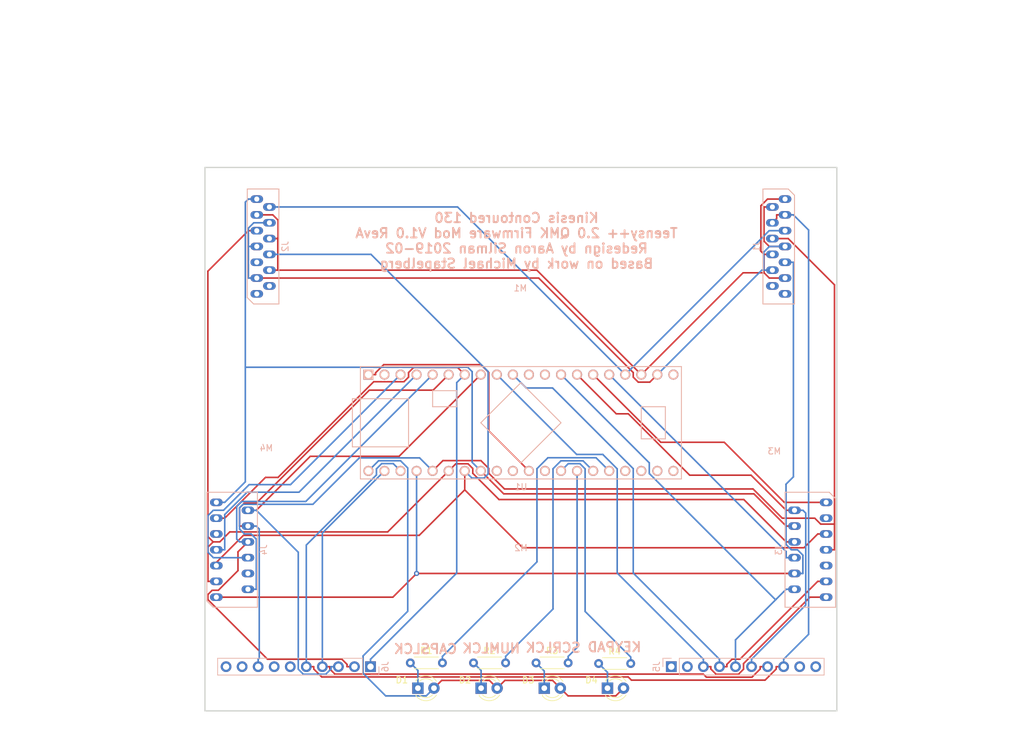
<source format=kicad_pcb>
(kicad_pcb (version 20171130) (host pcbnew "(5.0.2)-1")

  (general
    (thickness 1.6)
    (drawings 27)
    (tracks 344)
    (zones 0)
    (modules 19)
    (nets 61)
  )

  (page A4)
  (layers
    (0 F.Cu signal)
    (31 B.Cu signal)
    (32 B.Adhes user)
    (33 F.Adhes user)
    (34 B.Paste user)
    (35 F.Paste user)
    (36 B.SilkS user)
    (37 F.SilkS user)
    (38 B.Mask user)
    (39 F.Mask user)
    (40 Dwgs.User user)
    (41 Cmts.User user)
    (42 Eco1.User user)
    (43 Eco2.User user)
    (44 Edge.Cuts user)
    (45 Margin user)
    (46 B.CrtYd user)
    (47 F.CrtYd user)
    (48 B.Fab user)
    (49 F.Fab user)
  )

  (setup
    (last_trace_width 0.25)
    (trace_clearance 0.2)
    (zone_clearance 0.508)
    (zone_45_only no)
    (trace_min 0.2)
    (segment_width 0.2)
    (edge_width 0.2)
    (via_size 0.8)
    (via_drill 0.4)
    (via_min_size 0.4)
    (via_min_drill 0.3)
    (uvia_size 0.3)
    (uvia_drill 0.1)
    (uvias_allowed no)
    (uvia_min_size 0.2)
    (uvia_min_drill 0.1)
    (pcb_text_width 0.3)
    (pcb_text_size 1.5 1.5)
    (mod_edge_width 0.15)
    (mod_text_size 1 1)
    (mod_text_width 0.15)
    (pad_size 4.6 2.25)
    (pad_drill 4.6)
    (pad_to_mask_clearance 0.2)
    (solder_mask_min_width 0.25)
    (aux_axis_origin 0 0)
    (visible_elements 7FFFF7FF)
    (pcbplotparams
      (layerselection 0x010fc_ffffffff)
      (usegerberextensions false)
      (usegerberattributes false)
      (usegerberadvancedattributes false)
      (creategerberjobfile false)
      (excludeedgelayer true)
      (linewidth 0.100000)
      (plotframeref false)
      (viasonmask false)
      (mode 1)
      (useauxorigin false)
      (hpglpennumber 1)
      (hpglpenspeed 20)
      (hpglpendiameter 15.000000)
      (psnegative false)
      (psa4output false)
      (plotreference true)
      (plotvalue true)
      (plotinvisibletext false)
      (padsonsilk false)
      (subtractmaskfromsilk false)
      (outputformat 1)
      (mirror false)
      (drillshape 1)
      (scaleselection 1)
      (outputdirectory ""))
  )

  (net 0 "")
  (net 1 "Net-(D1-Pad1)")
  (net 2 +5V)
  (net 3 "Net-(D2-Pad1)")
  (net 4 "Net-(D3-Pad1)")
  (net 5 "Net-(D4-Pad1)")
  (net 6 /PC5)
  (net 7 /PC6)
  (net 8 /PB5)
  (net 9 /PC4)
  (net 10 /PB3)
  (net 11 /PB4)
  (net 12 /PB0)
  (net 13 /PB2)
  (net 14 /PB1)
  (net 15 /PC2)
  (net 16 /PC1)
  (net 17 /PC3)
  (net 18 /PD7)
  (net 19 /PC0)
  (net 20 /PD6)
  (net 21 /PD5)
  (net 22 /PD4)
  (net 23 /PD3)
  (net 24 /PD2)
  (net 25 /PD1)
  (net 26 /PD0)
  (net 27 "Net-(J5-Pad10)")
  (net 28 "Net-(J5-Pad9)")
  (net 29 /PB6)
  (net 30 "Net-(J5-Pad2)")
  (net 31 "Net-(J5-Pad1)")
  (net 32 "Net-(J6-Pad6)")
  (net 33 "Net-(J6-Pad7)")
  (net 34 "Net-(J6-Pad9)")
  (net 35 "Net-(J6-Pad10)")
  (net 36 /PF3)
  (net 37 /PF2)
  (net 38 /PF1)
  (net 39 /PF0)
  (net 40 /PE0)
  (net 41 /PB7)
  (net 42 GND)
  (net 43 /PE1)
  (net 44 /PC7)
  (net 45 /PF7)
  (net 46 /PF6)
  (net 47 /PF5)
  (net 48 /PF4)
  (net 49 "Net-(U1-Pad32)")
  (net 50 /PE6)
  (net 51 /PE7)
  (net 52 "Net-(J1-Pad13)")
  (net 53 "Net-(J1-Pad12)")
  (net 54 "Net-(J2-Pad1)")
  (net 55 "Net-(J2-Pad2)")
  (net 56 "Net-(J2-Pad5)")
  (net 57 "Net-(J3-Pad9)")
  (net 58 "Net-(J3-Pad3)")
  (net 59 "Net-(J4-Pad9)")
  (net 60 "Net-(J4-Pad4)")

  (net_class Default "This is the default net class."
    (clearance 0.2)
    (trace_width 0.25)
    (via_dia 0.8)
    (via_drill 0.4)
    (uvia_dia 0.3)
    (uvia_drill 0.1)
    (add_net +5V)
    (add_net /PB0)
    (add_net /PB1)
    (add_net /PB2)
    (add_net /PB3)
    (add_net /PB4)
    (add_net /PB5)
    (add_net /PB6)
    (add_net /PB7)
    (add_net /PC0)
    (add_net /PC1)
    (add_net /PC2)
    (add_net /PC3)
    (add_net /PC4)
    (add_net /PC5)
    (add_net /PC6)
    (add_net /PC7)
    (add_net /PD0)
    (add_net /PD1)
    (add_net /PD2)
    (add_net /PD3)
    (add_net /PD4)
    (add_net /PD5)
    (add_net /PD6)
    (add_net /PD7)
    (add_net /PE0)
    (add_net /PE1)
    (add_net /PE6)
    (add_net /PE7)
    (add_net /PF0)
    (add_net /PF1)
    (add_net /PF2)
    (add_net /PF3)
    (add_net /PF4)
    (add_net /PF5)
    (add_net /PF6)
    (add_net /PF7)
    (add_net GND)
    (add_net "Net-(D1-Pad1)")
    (add_net "Net-(D2-Pad1)")
    (add_net "Net-(D3-Pad1)")
    (add_net "Net-(D4-Pad1)")
    (add_net "Net-(J1-Pad12)")
    (add_net "Net-(J1-Pad13)")
    (add_net "Net-(J2-Pad1)")
    (add_net "Net-(J2-Pad2)")
    (add_net "Net-(J2-Pad5)")
    (add_net "Net-(J3-Pad3)")
    (add_net "Net-(J3-Pad9)")
    (add_net "Net-(J4-Pad4)")
    (add_net "Net-(J4-Pad9)")
    (add_net "Net-(J5-Pad1)")
    (add_net "Net-(J5-Pad10)")
    (add_net "Net-(J5-Pad2)")
    (add_net "Net-(J5-Pad9)")
    (add_net "Net-(J6-Pad10)")
    (add_net "Net-(J6-Pad6)")
    (add_net "Net-(J6-Pad7)")
    (add_net "Net-(J6-Pad9)")
    (add_net "Net-(U1-Pad32)")
  )

  (module kinesisMod_board_connectors:Molex_039532134 (layer B.Cu) (tedit 5C736367) (tstamp 5C71893A)
    (at 104.3 110.5 90)
    (path /5C6B2D21)
    (fp_text reference J4 (at 0 5 90) (layer B.SilkS)
      (effects (font (size 1 1) (thickness 0.15)) (justify mirror))
    )
    (fp_text value Conn_01x13 (at 0 -5 90) (layer B.Fab)
      (effects (font (size 1 1) (thickness 0.15)) (justify mirror))
    )
    (fp_line (start -8.7 -4.1) (end -8.7 4.1) (layer B.CrtYd) (width 0.05))
    (fp_line (start 8.7 -4.1) (end -8.7 -4.1) (layer B.CrtYd) (width 0.05))
    (fp_line (start 8.7 4.1) (end 8.7 -4.1) (layer B.CrtYd) (width 0.05))
    (fp_line (start -8.7 4.1) (end 8.7 4.1) (layer B.CrtYd) (width 0.05))
    (fp_line (start 9.1 -4) (end -8.1 -4) (layer B.SilkS) (width 0.15))
    (fp_line (start 9.1 4) (end 9.1 -4) (layer B.SilkS) (width 0.15))
    (fp_line (start -9.1 4) (end 9.1 4) (layer B.SilkS) (width 0.15))
    (fp_line (start -9.1 -3) (end -9.1 4) (layer B.SilkS) (width 0.15))
    (fp_line (start -8.1 -4) (end -9.1 -3) (layer B.SilkS) (width 0.15))
    (pad 13 thru_hole oval (at 7.5 -2.5 90) (size 1.2 2) (drill 0.8) (layers *.Cu *.Mask)
      (net 12 /PB0))
    (pad 12 thru_hole oval (at 6.25 2.5 90) (size 1.2 2) (drill 0.8) (layers *.Cu *.Mask)
      (net 21 /PD5))
    (pad 11 thru_hole oval (at 5 -2.5 90) (size 1.2 2) (drill 0.8) (layers *.Cu *.Mask)
      (net 22 /PD4))
    (pad 10 thru_hole oval (at 3.75 2.5 90) (size 1.2 2) (drill 0.8) (layers *.Cu *.Mask)
      (net 23 /PD3))
    (pad 9 thru_hole oval (at 2.5 -2.5 90) (size 1.2 2) (drill 0.8) (layers *.Cu *.Mask)
      (net 59 "Net-(J4-Pad9)"))
    (pad 8 thru_hole oval (at 1.25 2.5 90) (size 1.2 2) (drill 0.8) (layers *.Cu *.Mask)
      (net 24 /PD2))
    (pad 7 thru_hole oval (at 0 -2.5 90) (size 1.2 2) (drill 0.8) (layers *.Cu *.Mask)
      (net 25 /PD1))
    (pad 6 thru_hole oval (at -1.25 2.5 90) (size 1.2 2) (drill 0.8) (layers *.Cu *.Mask)
      (net 26 /PD0))
    (pad 5 thru_hole oval (at -2.5 -2.5 90) (size 1.2 2) (drill 0.8) (layers *.Cu *.Mask)
      (net 14 /PB1))
    (pad 4 thru_hole oval (at -3.75 2.5 90) (size 1.2 2) (drill 0.8) (layers *.Cu *.Mask)
      (net 60 "Net-(J4-Pad4)"))
    (pad 3 thru_hole oval (at -5 -2.5 90) (size 1.2 2) (drill 0.8) (layers *.Cu *.Mask)
      (net 13 /PB2))
    (pad 2 thru_hole oval (at -6.25 2.5 90) (size 1.2 2) (drill 0.8) (layers *.Cu *.Mask)
      (net 10 /PB3))
    (pad 1 thru_hole oval (at -7.5 -2.5 90) (size 1.2 2) (drill 0.8) (layers *.Cu *.Mask)
      (net 11 /PB4))
    (model ${KIPRJMOD}/models/039532134.stp
      (offset (xyz 0 0 4))
      (scale (xyz 1 1 1))
      (rotate (xyz 90 0 180))
    )
  )

  (module kinesisMod_board_connectors:Molex_039532134 (layer B.Cu) (tedit 5C736367) (tstamp 5C718920)
    (at 195.8 110.5 270)
    (path /5C6B2DF8)
    (fp_text reference J3 (at 0 5 270) (layer B.SilkS)
      (effects (font (size 1 1) (thickness 0.15)) (justify mirror))
    )
    (fp_text value Conn_01x13 (at 0 -5 270) (layer B.Fab)
      (effects (font (size 1 1) (thickness 0.15)) (justify mirror))
    )
    (fp_line (start -8.7 -4.1) (end -8.7 4.1) (layer B.CrtYd) (width 0.05))
    (fp_line (start 8.7 -4.1) (end -8.7 -4.1) (layer B.CrtYd) (width 0.05))
    (fp_line (start 8.7 4.1) (end 8.7 -4.1) (layer B.CrtYd) (width 0.05))
    (fp_line (start -8.7 4.1) (end 8.7 4.1) (layer B.CrtYd) (width 0.05))
    (fp_line (start 9.1 -4) (end -8.1 -4) (layer B.SilkS) (width 0.15))
    (fp_line (start 9.1 4) (end 9.1 -4) (layer B.SilkS) (width 0.15))
    (fp_line (start -9.1 4) (end 9.1 4) (layer B.SilkS) (width 0.15))
    (fp_line (start -9.1 -3) (end -9.1 4) (layer B.SilkS) (width 0.15))
    (fp_line (start -8.1 -4) (end -9.1 -3) (layer B.SilkS) (width 0.15))
    (pad 13 thru_hole oval (at 7.5 -2.5 270) (size 1.2 2) (drill 0.8) (layers *.Cu *.Mask)
      (net 20 /PD6))
    (pad 12 thru_hole oval (at 6.25 2.5 270) (size 1.2 2) (drill 0.8) (layers *.Cu *.Mask)
      (net 19 /PC0))
    (pad 11 thru_hole oval (at 5 -2.5 270) (size 1.2 2) (drill 0.8) (layers *.Cu *.Mask)
      (net 18 /PD7))
    (pad 10 thru_hole oval (at 3.75 2.5 270) (size 1.2 2) (drill 0.8) (layers *.Cu *.Mask)
      (net 11 /PB4))
    (pad 9 thru_hole oval (at 2.5 -2.5 270) (size 1.2 2) (drill 0.8) (layers *.Cu *.Mask)
      (net 57 "Net-(J3-Pad9)"))
    (pad 8 thru_hole oval (at 1.25 2.5 270) (size 1.2 2) (drill 0.8) (layers *.Cu *.Mask)
      (net 17 /PC3))
    (pad 7 thru_hole oval (at 0 -2.5 270) (size 1.2 2) (drill 0.8) (layers *.Cu *.Mask)
      (net 10 /PB3))
    (pad 6 thru_hole oval (at -1.25 2.5 270) (size 1.2 2) (drill 0.8) (layers *.Cu *.Mask)
      (net 13 /PB2))
    (pad 5 thru_hole oval (at -2.5 -2.5 270) (size 1.2 2) (drill 0.8) (layers *.Cu *.Mask)
      (net 14 /PB1))
    (pad 4 thru_hole oval (at -3.75 2.5 270) (size 1.2 2) (drill 0.8) (layers *.Cu *.Mask)
      (net 12 /PB0))
    (pad 3 thru_hole oval (at -5 -2.5 270) (size 1.2 2) (drill 0.8) (layers *.Cu *.Mask)
      (net 58 "Net-(J3-Pad3)"))
    (pad 2 thru_hole oval (at -6.25 2.5 270) (size 1.2 2) (drill 0.8) (layers *.Cu *.Mask)
      (net 16 /PC1))
    (pad 1 thru_hole oval (at -7.5 -2.5 270) (size 1.2 2) (drill 0.8) (layers *.Cu *.Mask)
      (net 15 /PC2))
    (model ${KIPRJMOD}/models/039532134.stp
      (offset (xyz 0 0 4))
      (scale (xyz 1 1 1))
      (rotate (xyz 90 0 180))
    )
  )

  (module MountingHole:MountingHole_4.3mm_M4 (layer B.Cu) (tedit 5C736621) (tstamp 5C7D4035)
    (at 190.3 97.6)
    (descr "Mounting Hole 4.3mm, no annular, M4")
    (tags "mounting hole 4.3mm no annular m4")
    (attr virtual)
    (fp_text reference M3 (at -0.2 -2.7) (layer B.SilkS)
      (effects (font (size 1 1) (thickness 0.15)) (justify mirror))
    )
    (fp_text value MountingHole_4.3mm_M4 (at 0 -5.3) (layer B.Fab)
      (effects (font (size 1 1) (thickness 0.15)) (justify mirror))
    )
    (fp_circle (center 0 0) (end 4.55 0) (layer B.CrtYd) (width 0.05))
    (fp_circle (center 0 0) (end 4.3 0) (layer Cmts.User) (width 0.15))
    (fp_text user %R (at 0.3 0) (layer B.Fab)
      (effects (font (size 1 1) (thickness 0.15)) (justify mirror))
    )
    (pad "" np_thru_hole oval (at 0 0) (size 4.6 2.25) (drill oval 4.6 2.25) (layers *.Cu *.Mask))
  )

  (module kinesisMod_board_connectors:Molex_0039532135 (layer B.Cu) (tedit 5C736344) (tstamp 5C7188EC)
    (at 190.8 62.5 270)
    (path /5C6B2F98)
    (fp_text reference J1 (at 0 3.5 270) (layer B.SilkS)
      (effects (font (size 1 1) (thickness 0.15)) (justify mirror))
    )
    (fp_text value Conn_01x13 (at 0 -3.5 270) (layer B.Fab)
      (effects (font (size 1 1) (thickness 0.15)) (justify mirror))
    )
    (fp_line (start -8.7 -2.6) (end -8.7 2.6) (layer B.CrtYd) (width 0.05))
    (fp_line (start 8.7 -2.6) (end -8.7 -2.6) (layer B.CrtYd) (width 0.05))
    (fp_line (start 8.7 2.6) (end 8.7 -2.6) (layer B.CrtYd) (width 0.05))
    (fp_line (start -8.7 2.6) (end 8.7 2.6) (layer B.CrtYd) (width 0.05))
    (fp_line (start 9.1 -2.5) (end -8.1 -2.5) (layer B.SilkS) (width 0.15))
    (fp_line (start 9.1 2.5) (end 9.1 -2.5) (layer B.SilkS) (width 0.15))
    (fp_line (start -9.1 2.5) (end 9.1 2.5) (layer B.SilkS) (width 0.15))
    (fp_line (start -9.1 -1.5) (end -9.1 2.5) (layer B.SilkS) (width 0.15))
    (fp_line (start -8.1 -2.5) (end -9.1 -1.5) (layer B.SilkS) (width 0.15))
    (pad 13 thru_hole oval (at 7.5 -1 270) (size 1.2 2) (drill 0.8) (layers *.Cu *.Mask)
      (net 52 "Net-(J1-Pad13)"))
    (pad 12 thru_hole oval (at 6.25 1 270) (size 1.2 2) (drill 0.8) (layers *.Cu *.Mask)
      (net 53 "Net-(J1-Pad12)"))
    (pad 11 thru_hole oval (at 5 -1 270) (size 1.2 2) (drill 0.8) (layers *.Cu *.Mask)
      (net 6 /PC5))
    (pad 10 thru_hole oval (at 3.75 1 270) (size 1.2 2) (drill 0.8) (layers *.Cu *.Mask)
      (net 7 /PC6))
    (pad 9 thru_hole oval (at 2.5 -1 270) (size 1.2 2) (drill 0.8) (layers *.Cu *.Mask)
      (net 11 /PB4))
    (pad 8 thru_hole oval (at 1.25 1 270) (size 1.2 2) (drill 0.8) (layers *.Cu *.Mask)
      (net 6 /PC5))
    (pad 7 thru_hole oval (at 0 -1 270) (size 1.2 2) (drill 0.8) (layers *.Cu *.Mask)
      (net 7 /PC6))
    (pad 6 thru_hole oval (at -1.25 1 270) (size 1.2 2) (drill 0.8) (layers *.Cu *.Mask)
      (net 10 /PB3))
    (pad 5 thru_hole oval (at -2.5 -1 270) (size 1.2 2) (drill 0.8) (layers *.Cu *.Mask)
      (net 9 /PC4))
    (pad 4 thru_hole oval (at -3.75 1 270) (size 1.2 2) (drill 0.8) (layers *.Cu *.Mask)
      (net 8 /PB5))
    (pad 3 thru_hole oval (at -5 -1 270) (size 1.2 2) (drill 0.8) (layers *.Cu *.Mask)
      (net 8 /PB5))
    (pad 2 thru_hole oval (at -6.25 1 270) (size 1.2 2) (drill 0.8) (layers *.Cu *.Mask)
      (net 7 /PC6))
    (pad 1 thru_hole oval (at -7.5 -1 270) (size 1.2 2) (drill 0.8) (layers *.Cu *.Mask)
      (net 6 /PC5))
    (model ${KIPRJMOD}/models/039532135.stp
      (offset (xyz 0 -2 3))
      (scale (xyz 1 1 1))
      (rotate (xyz 0 0 0))
    )
  )

  (module kinesisMod_board_connectors:Molex_0039532135 (layer B.Cu) (tedit 5C736344) (tstamp 5C718906)
    (at 109.2 62.5 90)
    (path /5C6B2F6E)
    (fp_text reference J2 (at 0 3.5 90) (layer B.SilkS)
      (effects (font (size 1 1) (thickness 0.15)) (justify mirror))
    )
    (fp_text value Conn_01x13 (at 0 -3.5 90) (layer B.Fab)
      (effects (font (size 1 1) (thickness 0.15)) (justify mirror))
    )
    (fp_line (start -8.7 -2.6) (end -8.7 2.6) (layer B.CrtYd) (width 0.05))
    (fp_line (start 8.7 -2.6) (end -8.7 -2.6) (layer B.CrtYd) (width 0.05))
    (fp_line (start 8.7 2.6) (end 8.7 -2.6) (layer B.CrtYd) (width 0.05))
    (fp_line (start -8.7 2.6) (end 8.7 2.6) (layer B.CrtYd) (width 0.05))
    (fp_line (start 9.1 -2.5) (end -8.1 -2.5) (layer B.SilkS) (width 0.15))
    (fp_line (start 9.1 2.5) (end 9.1 -2.5) (layer B.SilkS) (width 0.15))
    (fp_line (start -9.1 2.5) (end 9.1 2.5) (layer B.SilkS) (width 0.15))
    (fp_line (start -9.1 -1.5) (end -9.1 2.5) (layer B.SilkS) (width 0.15))
    (fp_line (start -8.1 -2.5) (end -9.1 -1.5) (layer B.SilkS) (width 0.15))
    (pad 13 thru_hole oval (at 7.5 -1 90) (size 1.2 2) (drill 0.8) (layers *.Cu *.Mask)
      (net 12 /PB0))
    (pad 12 thru_hole oval (at 6.25 1 90) (size 1.2 2) (drill 0.8) (layers *.Cu *.Mask)
      (net 9 /PC4))
    (pad 11 thru_hole oval (at 5 -1 90) (size 1.2 2) (drill 0.8) (layers *.Cu *.Mask)
      (net 6 /PC5))
    (pad 10 thru_hole oval (at 3.75 1 90) (size 1.2 2) (drill 0.8) (layers *.Cu *.Mask)
      (net 7 /PC6))
    (pad 9 thru_hole oval (at 2.5 -1 90) (size 1.2 2) (drill 0.8) (layers *.Cu *.Mask)
      (net 13 /PB2))
    (pad 8 thru_hole oval (at 1.25 1 90) (size 1.2 2) (drill 0.8) (layers *.Cu *.Mask)
      (net 6 /PC5))
    (pad 7 thru_hole oval (at 0 -1 90) (size 1.2 2) (drill 0.8) (layers *.Cu *.Mask)
      (net 7 /PC6))
    (pad 6 thru_hole oval (at -1.25 1 90) (size 1.2 2) (drill 0.8) (layers *.Cu *.Mask)
      (net 14 /PB1))
    (pad 5 thru_hole oval (at -2.5 -1 90) (size 1.2 2) (drill 0.8) (layers *.Cu *.Mask)
      (net 56 "Net-(J2-Pad5)"))
    (pad 4 thru_hole oval (at -3.75 1 90) (size 1.2 2) (drill 0.8) (layers *.Cu *.Mask)
      (net 6 /PC5))
    (pad 3 thru_hole oval (at -5 -1 90) (size 1.2 2) (drill 0.8) (layers *.Cu *.Mask)
      (net 7 /PC6))
    (pad 2 thru_hole oval (at -6.25 1 90) (size 1.2 2) (drill 0.8) (layers *.Cu *.Mask)
      (net 55 "Net-(J2-Pad2)"))
    (pad 1 thru_hole oval (at -7.5 -1 90) (size 1.2 2) (drill 0.8) (layers *.Cu *.Mask)
      (net 54 "Net-(J2-Pad1)"))
    (model ${KIPRJMOD}/models/039532135.stp
      (offset (xyz 0 -2 3))
      (scale (xyz 1 1 1))
      (rotate (xyz 0 0 0))
    )
  )

  (module teensy:Teensy++_2_0_40p (layer B.Cu) (tedit 5C73624D) (tstamp 5C7189F9)
    (at 150 90.4)
    (descr 20)
    (path /5C6B5EC7)
    (fp_text reference U1 (at 0 10.16) (layer B.SilkS)
      (effects (font (size 1 1) (thickness 0.15)) (justify mirror))
    )
    (fp_text value Teensy++_2_0 (at 0 -10.16) (layer B.Fab)
      (effects (font (size 1 1) (thickness 0.15)) (justify mirror))
    )
    (fp_line (start -25.4 -8.89) (end -25.4 8.89) (layer B.SilkS) (width 0.15))
    (fp_line (start 25.4 -8.89) (end -25.4 -8.89) (layer B.SilkS) (width 0.15))
    (fp_line (start 25.4 8.89) (end 25.4 -8.89) (layer B.SilkS) (width 0.15))
    (fp_line (start -25.4 8.89) (end 25.4 8.89) (layer B.SilkS) (width 0.15))
    (fp_line (start 6.35 0) (end 0 -6.35) (layer B.SilkS) (width 0.15))
    (fp_line (start 0 6.35) (end 6.35 0) (layer B.SilkS) (width 0.15))
    (fp_line (start -6.35 0) (end 0 6.35) (layer B.SilkS) (width 0.15))
    (fp_line (start 0 -6.35) (end -6.35 0) (layer B.SilkS) (width 0.15))
    (fp_line (start 22.86 2.54) (end 22.86 -2.54) (layer B.SilkS) (width 0.15))
    (fp_line (start 19.05 2.54) (end 22.86 2.54) (layer B.SilkS) (width 0.15))
    (fp_line (start 19.05 -2.54) (end 19.05 2.54) (layer B.SilkS) (width 0.15))
    (fp_line (start 22.86 -2.54) (end 19.05 -2.54) (layer B.SilkS) (width 0.15))
    (fp_line (start -13.97 -2.54) (end -13.97 -5.08) (layer B.SilkS) (width 0.15))
    (fp_line (start -10.16 -2.54) (end -13.97 -2.54) (layer B.SilkS) (width 0.15))
    (fp_line (start -10.16 -3.81) (end -10.16 -2.54) (layer B.SilkS) (width 0.15))
    (fp_line (start -10.16 -5.08) (end -10.16 -3.81) (layer B.SilkS) (width 0.15))
    (fp_line (start -13.97 -5.08) (end -10.16 -5.08) (layer B.SilkS) (width 0.15))
    (fp_line (start -17.78 -3.81) (end -26.67 -3.81) (layer B.SilkS) (width 0.15))
    (fp_line (start -17.78 3.81) (end -26.67 3.81) (layer B.SilkS) (width 0.15))
    (fp_line (start -26.67 3.81) (end -26.67 -3.81) (layer B.SilkS) (width 0.15))
    (fp_line (start -17.78 -3.81) (end -17.78 3.81) (layer B.SilkS) (width 0.15))
    (pad 21 thru_hole circle (at -24.13 7.62) (size 1.6 1.6) (drill 1.1) (layers *.Cu *.Mask B.SilkS)
      (net 2 +5V))
    (pad 22 thru_hole circle (at -21.59 7.62) (size 1.6 1.6) (drill 1.1) (layers *.Cu *.Mask B.SilkS)
      (net 29 /PB6))
    (pad 23 thru_hole circle (at -19.05 7.62) (size 1.6 1.6) (drill 1.1) (layers *.Cu *.Mask B.SilkS)
      (net 8 /PB5))
    (pad 24 thru_hole circle (at -16.51 7.62) (size 1.6 1.6) (drill 1.1) (layers *.Cu *.Mask B.SilkS)
      (net 11 /PB4))
    (pad 25 thru_hole circle (at -13.97 7.62) (size 1.6 1.6) (drill 1.1) (layers *.Cu *.Mask B.SilkS)
      (net 10 /PB3))
    (pad 26 thru_hole circle (at -11.43 7.62) (size 1.6 1.6) (drill 1.1) (layers *.Cu *.Mask B.SilkS)
      (net 13 /PB2))
    (pad 27 thru_hole circle (at -8.89 7.62) (size 1.6 1.6) (drill 1.1) (layers *.Cu *.Mask B.SilkS)
      (net 14 /PB1))
    (pad 28 thru_hole circle (at -6.35 7.62) (size 1.6 1.6) (drill 1.1) (layers *.Cu *.Mask B.SilkS)
      (net 12 /PB0))
    (pad 29 thru_hole circle (at -3.81 7.62) (size 1.6 1.6) (drill 1.1) (layers *.Cu *.Mask B.SilkS)
      (net 51 /PE7))
    (pad 30 thru_hole circle (at -1.27 7.62) (size 1.6 1.6) (drill 1.1) (layers *.Cu *.Mask B.SilkS)
      (net 50 /PE6))
    (pad 31 thru_hole circle (at 1.27 7.62) (size 1.6 1.6) (drill 1.1) (layers *.Cu *.Mask B.SilkS)
      (net 42 GND))
    (pad 32 thru_hole circle (at 3.81 7.62) (size 1.6 1.6) (drill 1.1) (layers *.Cu *.Mask B.SilkS)
      (net 49 "Net-(U1-Pad32)"))
    (pad 33 thru_hole circle (at 6.35 7.62) (size 1.6 1.6) (drill 1.1) (layers *.Cu *.Mask B.SilkS)
      (net 39 /PF0))
    (pad 34 thru_hole circle (at 8.89 7.62) (size 1.6 1.6) (drill 1.1) (layers *.Cu *.Mask B.SilkS)
      (net 38 /PF1))
    (pad 35 thru_hole circle (at 11.43 7.62) (size 1.6 1.6) (drill 1.1) (layers *.Cu *.Mask B.SilkS)
      (net 37 /PF2))
    (pad 36 thru_hole circle (at 13.97 7.62) (size 1.6 1.6) (drill 1.1) (layers *.Cu *.Mask B.SilkS)
      (net 36 /PF3))
    (pad 37 thru_hole circle (at 16.51 7.62) (size 1.6 1.6) (drill 1.1) (layers *.Cu *.Mask B.SilkS)
      (net 48 /PF4))
    (pad 38 thru_hole circle (at 19.05 7.62) (size 1.6 1.6) (drill 1.1) (layers *.Cu *.Mask B.SilkS)
      (net 47 /PF5))
    (pad 39 thru_hole circle (at 21.59 7.62) (size 1.6 1.6) (drill 1.1) (layers *.Cu *.Mask B.SilkS)
      (net 46 /PF6))
    (pad 40 thru_hole circle (at 24.13 7.62) (size 1.6 1.6) (drill 1.1) (layers *.Cu *.Mask B.SilkS)
      (net 45 /PF7))
    (pad 20 thru_hole circle (at 24.13 -7.62) (size 1.6 1.6) (drill 1.1) (layers *.Cu *.Mask B.SilkS)
      (net 44 /PC7))
    (pad 19 thru_hole circle (at 21.59 -7.62) (size 1.6 1.6) (drill 1.1) (layers *.Cu *.Mask B.SilkS)
      (net 7 /PC6))
    (pad 18 thru_hole circle (at 19.05 -7.62) (size 1.6 1.6) (drill 1.1) (layers *.Cu *.Mask B.SilkS)
      (net 6 /PC5))
    (pad 17 thru_hole circle (at 16.51 -7.62) (size 1.6 1.6) (drill 1.1) (layers *.Cu *.Mask B.SilkS)
      (net 9 /PC4))
    (pad 16 thru_hole circle (at 13.97 -7.62) (size 1.6 1.6) (drill 1.1) (layers *.Cu *.Mask B.SilkS)
      (net 17 /PC3))
    (pad 15 thru_hole circle (at 11.43 -7.62) (size 1.6 1.6) (drill 1.1) (layers *.Cu *.Mask B.SilkS)
      (net 15 /PC2))
    (pad 14 thru_hole circle (at 8.89 -7.62) (size 1.6 1.6) (drill 1.1) (layers *.Cu *.Mask B.SilkS)
      (net 16 /PC1))
    (pad 13 thru_hole circle (at 6.35 -7.62) (size 1.6 1.6) (drill 1.1) (layers *.Cu *.Mask B.SilkS)
      (net 19 /PC0))
    (pad 12 thru_hole circle (at 3.81 -7.62) (size 1.6 1.6) (drill 1.1) (layers *.Cu *.Mask B.SilkS)
      (net 43 /PE1))
    (pad 1 thru_hole rect (at -24.13 -7.62) (size 1.6 1.6) (drill 1.1) (layers *.Cu *.Mask B.SilkS)
      (net 42 GND))
    (pad 2 thru_hole circle (at -21.59 -7.62) (size 1.6 1.6) (drill 1.1) (layers *.Cu *.Mask B.SilkS)
      (net 41 /PB7))
    (pad 3 thru_hole circle (at -19.05 -7.62) (size 1.6 1.6) (drill 1.1) (layers *.Cu *.Mask B.SilkS)
      (net 26 /PD0))
    (pad 4 thru_hole circle (at -16.51 -7.62) (size 1.6 1.6) (drill 1.1) (layers *.Cu *.Mask B.SilkS)
      (net 25 /PD1))
    (pad 5 thru_hole circle (at -13.97 -7.62) (size 1.6 1.6) (drill 1.1) (layers *.Cu *.Mask B.SilkS)
      (net 24 /PD2))
    (pad 6 thru_hole circle (at -11.43 -7.62) (size 1.6 1.6) (drill 1.1) (layers *.Cu *.Mask B.SilkS)
      (net 23 /PD3))
    (pad 7 thru_hole circle (at -8.89 -7.62) (size 1.6 1.6) (drill 1.1) (layers *.Cu *.Mask B.SilkS)
      (net 22 /PD4))
    (pad 8 thru_hole circle (at -6.35 -7.62) (size 1.6 1.6) (drill 1.1) (layers *.Cu *.Mask B.SilkS)
      (net 21 /PD5))
    (pad 11 thru_hole circle (at 1.27 -7.62) (size 1.6 1.6) (drill 1.1) (layers *.Cu *.Mask B.SilkS)
      (net 40 /PE0))
    (pad 10 thru_hole circle (at -1.27 -7.62) (size 1.6 1.6) (drill 1.1) (layers *.Cu *.Mask B.SilkS)
      (net 18 /PD7))
    (pad 9 thru_hole circle (at -3.81 -7.62) (size 1.6 1.6) (drill 1.1) (layers *.Cu *.Mask B.SilkS)
      (net 20 /PD6))
    (model ${KIPRJMOD}/models/Teensy++2.0.STEP
      (offset (xyz -25.5 -9 5))
      (scale (xyz 1 1 1))
      (rotate (xyz -90 0 0))
    )
  )

  (module LED_THT:LED_D3.0mm (layer F.Cu) (tedit 587A3A7B) (tstamp 5C785324)
    (at 133.7 132.4)
    (descr "LED, diameter 3.0mm, 2 pins")
    (tags "LED diameter 3.0mm 2 pins")
    (path /5C6B6471)
    (fp_text reference D1 (at -2.54 -1.27) (layer F.SilkS)
      (effects (font (size 1 1) (thickness 0.15)))
    )
    (fp_text value LED_ALT (at 1.27 2.96) (layer F.Fab)
      (effects (font (size 1 1) (thickness 0.15)))
    )
    (fp_line (start 3.7 -2.25) (end -1.15 -2.25) (layer F.CrtYd) (width 0.05))
    (fp_line (start 3.7 2.25) (end 3.7 -2.25) (layer F.CrtYd) (width 0.05))
    (fp_line (start -1.15 2.25) (end 3.7 2.25) (layer F.CrtYd) (width 0.05))
    (fp_line (start -1.15 -2.25) (end -1.15 2.25) (layer F.CrtYd) (width 0.05))
    (fp_line (start -0.29 1.08) (end -0.29 1.236) (layer F.SilkS) (width 0.12))
    (fp_line (start -0.29 -1.236) (end -0.29 -1.08) (layer F.SilkS) (width 0.12))
    (fp_line (start -0.23 -1.16619) (end -0.23 1.16619) (layer F.Fab) (width 0.1))
    (fp_circle (center 1.27 0) (end 2.77 0) (layer F.Fab) (width 0.1))
    (fp_arc (start 1.27 0) (end 0.229039 1.08) (angle -87.9) (layer F.SilkS) (width 0.12))
    (fp_arc (start 1.27 0) (end 0.229039 -1.08) (angle 87.9) (layer F.SilkS) (width 0.12))
    (fp_arc (start 1.27 0) (end -0.29 1.235516) (angle -108.8) (layer F.SilkS) (width 0.12))
    (fp_arc (start 1.27 0) (end -0.29 -1.235516) (angle 108.8) (layer F.SilkS) (width 0.12))
    (fp_arc (start 1.27 0) (end -0.23 -1.16619) (angle 284.3) (layer F.Fab) (width 0.1))
    (pad 2 thru_hole circle (at 2.54 0) (size 1.8 1.8) (drill 0.9) (layers *.Cu *.Mask)
      (net 2 +5V))
    (pad 1 thru_hole rect (at 0 0) (size 1.8 1.8) (drill 0.9) (layers *.Cu *.Mask)
      (net 1 "Net-(D1-Pad1)"))
    (model ${KISYS3DMOD}/LED_THT.3dshapes/LED_D3.0mm.wrl
      (at (xyz 0 0 0))
      (scale (xyz 1 1 1))
      (rotate (xyz 0 0 0))
    )
  )

  (module LED_THT:LED_D3.0mm (layer F.Cu) (tedit 587A3A7B) (tstamp 5C785337)
    (at 143.7 132.4)
    (descr "LED, diameter 3.0mm, 2 pins")
    (tags "LED diameter 3.0mm 2 pins")
    (path /5C6B6520)
    (fp_text reference D2 (at -2.54 -1.27) (layer F.SilkS)
      (effects (font (size 1 1) (thickness 0.15)))
    )
    (fp_text value LED_ALT (at 1.27 2.96) (layer F.Fab)
      (effects (font (size 1 1) (thickness 0.15)))
    )
    (fp_line (start 3.7 -2.25) (end -1.15 -2.25) (layer F.CrtYd) (width 0.05))
    (fp_line (start 3.7 2.25) (end 3.7 -2.25) (layer F.CrtYd) (width 0.05))
    (fp_line (start -1.15 2.25) (end 3.7 2.25) (layer F.CrtYd) (width 0.05))
    (fp_line (start -1.15 -2.25) (end -1.15 2.25) (layer F.CrtYd) (width 0.05))
    (fp_line (start -0.29 1.08) (end -0.29 1.236) (layer F.SilkS) (width 0.12))
    (fp_line (start -0.29 -1.236) (end -0.29 -1.08) (layer F.SilkS) (width 0.12))
    (fp_line (start -0.23 -1.16619) (end -0.23 1.16619) (layer F.Fab) (width 0.1))
    (fp_circle (center 1.27 0) (end 2.77 0) (layer F.Fab) (width 0.1))
    (fp_arc (start 1.27 0) (end 0.229039 1.08) (angle -87.9) (layer F.SilkS) (width 0.12))
    (fp_arc (start 1.27 0) (end 0.229039 -1.08) (angle 87.9) (layer F.SilkS) (width 0.12))
    (fp_arc (start 1.27 0) (end -0.29 1.235516) (angle -108.8) (layer F.SilkS) (width 0.12))
    (fp_arc (start 1.27 0) (end -0.29 -1.235516) (angle 108.8) (layer F.SilkS) (width 0.12))
    (fp_arc (start 1.27 0) (end -0.23 -1.16619) (angle 284.3) (layer F.Fab) (width 0.1))
    (pad 2 thru_hole circle (at 2.54 0) (size 1.8 1.8) (drill 0.9) (layers *.Cu *.Mask)
      (net 2 +5V))
    (pad 1 thru_hole rect (at 0 0) (size 1.8 1.8) (drill 0.9) (layers *.Cu *.Mask)
      (net 3 "Net-(D2-Pad1)"))
    (model ${KISYS3DMOD}/LED_THT.3dshapes/LED_D3.0mm.wrl
      (at (xyz 0 0 0))
      (scale (xyz 1 1 1))
      (rotate (xyz 0 0 0))
    )
  )

  (module LED_THT:LED_D3.0mm (layer F.Cu) (tedit 587A3A7B) (tstamp 5C78534A)
    (at 153.7 132.4)
    (descr "LED, diameter 3.0mm, 2 pins")
    (tags "LED diameter 3.0mm 2 pins")
    (path /5C6B6550)
    (fp_text reference D3 (at -2.54 -1.27) (layer F.SilkS)
      (effects (font (size 1 1) (thickness 0.15)))
    )
    (fp_text value LED_ALT (at 1.27 2.96) (layer F.Fab)
      (effects (font (size 1 1) (thickness 0.15)))
    )
    (fp_line (start 3.7 -2.25) (end -1.15 -2.25) (layer F.CrtYd) (width 0.05))
    (fp_line (start 3.7 2.25) (end 3.7 -2.25) (layer F.CrtYd) (width 0.05))
    (fp_line (start -1.15 2.25) (end 3.7 2.25) (layer F.CrtYd) (width 0.05))
    (fp_line (start -1.15 -2.25) (end -1.15 2.25) (layer F.CrtYd) (width 0.05))
    (fp_line (start -0.29 1.08) (end -0.29 1.236) (layer F.SilkS) (width 0.12))
    (fp_line (start -0.29 -1.236) (end -0.29 -1.08) (layer F.SilkS) (width 0.12))
    (fp_line (start -0.23 -1.16619) (end -0.23 1.16619) (layer F.Fab) (width 0.1))
    (fp_circle (center 1.27 0) (end 2.77 0) (layer F.Fab) (width 0.1))
    (fp_arc (start 1.27 0) (end 0.229039 1.08) (angle -87.9) (layer F.SilkS) (width 0.12))
    (fp_arc (start 1.27 0) (end 0.229039 -1.08) (angle 87.9) (layer F.SilkS) (width 0.12))
    (fp_arc (start 1.27 0) (end -0.29 1.235516) (angle -108.8) (layer F.SilkS) (width 0.12))
    (fp_arc (start 1.27 0) (end -0.29 -1.235516) (angle 108.8) (layer F.SilkS) (width 0.12))
    (fp_arc (start 1.27 0) (end -0.23 -1.16619) (angle 284.3) (layer F.Fab) (width 0.1))
    (pad 2 thru_hole circle (at 2.54 0) (size 1.8 1.8) (drill 0.9) (layers *.Cu *.Mask)
      (net 2 +5V))
    (pad 1 thru_hole rect (at 0 0) (size 1.8 1.8) (drill 0.9) (layers *.Cu *.Mask)
      (net 4 "Net-(D3-Pad1)"))
    (model ${KISYS3DMOD}/LED_THT.3dshapes/LED_D3.0mm.wrl
      (at (xyz 0 0 0))
      (scale (xyz 1 1 1))
      (rotate (xyz 0 0 0))
    )
  )

  (module LED_THT:LED_D3.0mm (layer F.Cu) (tedit 587A3A7B) (tstamp 5C78535D)
    (at 163.7 132.4)
    (descr "LED, diameter 3.0mm, 2 pins")
    (tags "LED diameter 3.0mm 2 pins")
    (path /5C6B6584)
    (fp_text reference D4 (at -2.54 -1.27) (layer F.SilkS)
      (effects (font (size 1 1) (thickness 0.15)))
    )
    (fp_text value LED_ALT (at 1.27 2.96) (layer F.Fab)
      (effects (font (size 1 1) (thickness 0.15)))
    )
    (fp_line (start 3.7 -2.25) (end -1.15 -2.25) (layer F.CrtYd) (width 0.05))
    (fp_line (start 3.7 2.25) (end 3.7 -2.25) (layer F.CrtYd) (width 0.05))
    (fp_line (start -1.15 2.25) (end 3.7 2.25) (layer F.CrtYd) (width 0.05))
    (fp_line (start -1.15 -2.25) (end -1.15 2.25) (layer F.CrtYd) (width 0.05))
    (fp_line (start -0.29 1.08) (end -0.29 1.236) (layer F.SilkS) (width 0.12))
    (fp_line (start -0.29 -1.236) (end -0.29 -1.08) (layer F.SilkS) (width 0.12))
    (fp_line (start -0.23 -1.16619) (end -0.23 1.16619) (layer F.Fab) (width 0.1))
    (fp_circle (center 1.27 0) (end 2.77 0) (layer F.Fab) (width 0.1))
    (fp_arc (start 1.27 0) (end 0.229039 1.08) (angle -87.9) (layer F.SilkS) (width 0.12))
    (fp_arc (start 1.27 0) (end 0.229039 -1.08) (angle 87.9) (layer F.SilkS) (width 0.12))
    (fp_arc (start 1.27 0) (end -0.29 1.235516) (angle -108.8) (layer F.SilkS) (width 0.12))
    (fp_arc (start 1.27 0) (end -0.29 -1.235516) (angle 108.8) (layer F.SilkS) (width 0.12))
    (fp_arc (start 1.27 0) (end -0.23 -1.16619) (angle 284.3) (layer F.Fab) (width 0.1))
    (pad 2 thru_hole circle (at 2.54 0) (size 1.8 1.8) (drill 0.9) (layers *.Cu *.Mask)
      (net 2 +5V))
    (pad 1 thru_hole rect (at 0 0) (size 1.8 1.8) (drill 0.9) (layers *.Cu *.Mask)
      (net 5 "Net-(D4-Pad1)"))
    (model ${KISYS3DMOD}/LED_THT.3dshapes/LED_D3.0mm.wrl
      (at (xyz 0 0 0))
      (scale (xyz 1 1 1))
      (rotate (xyz 0 0 0))
    )
  )

  (module Resistor_THT:R_Axial_DIN0204_L3.6mm_D1.6mm_P5.08mm_Horizontal (layer F.Cu) (tedit 5AE5139B) (tstamp 5C785370)
    (at 132.5 128.4)
    (descr "Resistor, Axial_DIN0204 series, Axial, Horizontal, pin pitch=5.08mm, 0.167W, length*diameter=3.6*1.6mm^2, http://cdn-reichelt.de/documents/datenblatt/B400/1_4W%23YAG.pdf")
    (tags "Resistor Axial_DIN0204 series Axial Horizontal pin pitch 5.08mm 0.167W length 3.6mm diameter 1.6mm")
    (path /5C6B6BA3)
    (fp_text reference R1 (at 2.54 -1.92) (layer F.SilkS)
      (effects (font (size 1 1) (thickness 0.15)))
    )
    (fp_text value R_US (at 2.54 1.92) (layer F.Fab)
      (effects (font (size 1 1) (thickness 0.15)))
    )
    (fp_text user %R (at 2.54 0) (layer F.Fab)
      (effects (font (size 0.72 0.72) (thickness 0.108)))
    )
    (fp_line (start 6.03 -1.05) (end -0.95 -1.05) (layer F.CrtYd) (width 0.05))
    (fp_line (start 6.03 1.05) (end 6.03 -1.05) (layer F.CrtYd) (width 0.05))
    (fp_line (start -0.95 1.05) (end 6.03 1.05) (layer F.CrtYd) (width 0.05))
    (fp_line (start -0.95 -1.05) (end -0.95 1.05) (layer F.CrtYd) (width 0.05))
    (fp_line (start 0.62 0.92) (end 4.46 0.92) (layer F.SilkS) (width 0.12))
    (fp_line (start 0.62 -0.92) (end 4.46 -0.92) (layer F.SilkS) (width 0.12))
    (fp_line (start 5.08 0) (end 4.34 0) (layer F.Fab) (width 0.1))
    (fp_line (start 0 0) (end 0.74 0) (layer F.Fab) (width 0.1))
    (fp_line (start 4.34 -0.8) (end 0.74 -0.8) (layer F.Fab) (width 0.1))
    (fp_line (start 4.34 0.8) (end 4.34 -0.8) (layer F.Fab) (width 0.1))
    (fp_line (start 0.74 0.8) (end 4.34 0.8) (layer F.Fab) (width 0.1))
    (fp_line (start 0.74 -0.8) (end 0.74 0.8) (layer F.Fab) (width 0.1))
    (pad 2 thru_hole oval (at 5.08 0) (size 1.4 1.4) (drill 0.7) (layers *.Cu *.Mask)
      (net 36 /PF3))
    (pad 1 thru_hole circle (at 0 0) (size 1.4 1.4) (drill 0.7) (layers *.Cu *.Mask)
      (net 1 "Net-(D1-Pad1)"))
    (model ${KISYS3DMOD}/Resistor_THT.3dshapes/R_Axial_DIN0204_L3.6mm_D1.6mm_P5.08mm_Horizontal.wrl
      (at (xyz 0 0 0))
      (scale (xyz 1 1 1))
      (rotate (xyz 0 0 0))
    )
  )

  (module Resistor_THT:R_Axial_DIN0204_L3.6mm_D1.6mm_P5.08mm_Horizontal (layer F.Cu) (tedit 5AE5139B) (tstamp 5C785383)
    (at 142.5 128.4)
    (descr "Resistor, Axial_DIN0204 series, Axial, Horizontal, pin pitch=5.08mm, 0.167W, length*diameter=3.6*1.6mm^2, http://cdn-reichelt.de/documents/datenblatt/B400/1_4W%23YAG.pdf")
    (tags "Resistor Axial_DIN0204 series Axial Horizontal pin pitch 5.08mm 0.167W length 3.6mm diameter 1.6mm")
    (path /5C6B6AB7)
    (fp_text reference R2 (at 2.54 -1.92) (layer F.SilkS)
      (effects (font (size 1 1) (thickness 0.15)))
    )
    (fp_text value R_US (at 2.54 1.92) (layer F.Fab)
      (effects (font (size 1 1) (thickness 0.15)))
    )
    (fp_text user %R (at 2.54 0) (layer F.Fab)
      (effects (font (size 0.72 0.72) (thickness 0.108)))
    )
    (fp_line (start 6.03 -1.05) (end -0.95 -1.05) (layer F.CrtYd) (width 0.05))
    (fp_line (start 6.03 1.05) (end 6.03 -1.05) (layer F.CrtYd) (width 0.05))
    (fp_line (start -0.95 1.05) (end 6.03 1.05) (layer F.CrtYd) (width 0.05))
    (fp_line (start -0.95 -1.05) (end -0.95 1.05) (layer F.CrtYd) (width 0.05))
    (fp_line (start 0.62 0.92) (end 4.46 0.92) (layer F.SilkS) (width 0.12))
    (fp_line (start 0.62 -0.92) (end 4.46 -0.92) (layer F.SilkS) (width 0.12))
    (fp_line (start 5.08 0) (end 4.34 0) (layer F.Fab) (width 0.1))
    (fp_line (start 0 0) (end 0.74 0) (layer F.Fab) (width 0.1))
    (fp_line (start 4.34 -0.8) (end 0.74 -0.8) (layer F.Fab) (width 0.1))
    (fp_line (start 4.34 0.8) (end 4.34 -0.8) (layer F.Fab) (width 0.1))
    (fp_line (start 0.74 0.8) (end 4.34 0.8) (layer F.Fab) (width 0.1))
    (fp_line (start 0.74 -0.8) (end 0.74 0.8) (layer F.Fab) (width 0.1))
    (pad 2 thru_hole oval (at 5.08 0) (size 1.4 1.4) (drill 0.7) (layers *.Cu *.Mask)
      (net 37 /PF2))
    (pad 1 thru_hole circle (at 0 0) (size 1.4 1.4) (drill 0.7) (layers *.Cu *.Mask)
      (net 3 "Net-(D2-Pad1)"))
    (model ${KISYS3DMOD}/Resistor_THT.3dshapes/R_Axial_DIN0204_L3.6mm_D1.6mm_P5.08mm_Horizontal.wrl
      (at (xyz 0 0 0))
      (scale (xyz 1 1 1))
      (rotate (xyz 0 0 0))
    )
  )

  (module Resistor_THT:R_Axial_DIN0204_L3.6mm_D1.6mm_P5.08mm_Horizontal (layer F.Cu) (tedit 5AE5139B) (tstamp 5C785396)
    (at 152.4 128.4)
    (descr "Resistor, Axial_DIN0204 series, Axial, Horizontal, pin pitch=5.08mm, 0.167W, length*diameter=3.6*1.6mm^2, http://cdn-reichelt.de/documents/datenblatt/B400/1_4W%23YAG.pdf")
    (tags "Resistor Axial_DIN0204 series Axial Horizontal pin pitch 5.08mm 0.167W length 3.6mm diameter 1.6mm")
    (path /5C6B6C46)
    (fp_text reference R3 (at 2.54 -1.92) (layer F.SilkS)
      (effects (font (size 1 1) (thickness 0.15)))
    )
    (fp_text value R_US (at 2.54 1.92) (layer F.Fab)
      (effects (font (size 1 1) (thickness 0.15)))
    )
    (fp_text user %R (at 2.54 0) (layer F.Fab)
      (effects (font (size 0.72 0.72) (thickness 0.108)))
    )
    (fp_line (start 6.03 -1.05) (end -0.95 -1.05) (layer F.CrtYd) (width 0.05))
    (fp_line (start 6.03 1.05) (end 6.03 -1.05) (layer F.CrtYd) (width 0.05))
    (fp_line (start -0.95 1.05) (end 6.03 1.05) (layer F.CrtYd) (width 0.05))
    (fp_line (start -0.95 -1.05) (end -0.95 1.05) (layer F.CrtYd) (width 0.05))
    (fp_line (start 0.62 0.92) (end 4.46 0.92) (layer F.SilkS) (width 0.12))
    (fp_line (start 0.62 -0.92) (end 4.46 -0.92) (layer F.SilkS) (width 0.12))
    (fp_line (start 5.08 0) (end 4.34 0) (layer F.Fab) (width 0.1))
    (fp_line (start 0 0) (end 0.74 0) (layer F.Fab) (width 0.1))
    (fp_line (start 4.34 -0.8) (end 0.74 -0.8) (layer F.Fab) (width 0.1))
    (fp_line (start 4.34 0.8) (end 4.34 -0.8) (layer F.Fab) (width 0.1))
    (fp_line (start 0.74 0.8) (end 4.34 0.8) (layer F.Fab) (width 0.1))
    (fp_line (start 0.74 -0.8) (end 0.74 0.8) (layer F.Fab) (width 0.1))
    (pad 2 thru_hole oval (at 5.08 0) (size 1.4 1.4) (drill 0.7) (layers *.Cu *.Mask)
      (net 38 /PF1))
    (pad 1 thru_hole circle (at 0 0) (size 1.4 1.4) (drill 0.7) (layers *.Cu *.Mask)
      (net 4 "Net-(D3-Pad1)"))
    (model ${KISYS3DMOD}/Resistor_THT.3dshapes/R_Axial_DIN0204_L3.6mm_D1.6mm_P5.08mm_Horizontal.wrl
      (at (xyz 0 0 0))
      (scale (xyz 1 1 1))
      (rotate (xyz 0 0 0))
    )
  )

  (module Resistor_THT:R_Axial_DIN0204_L3.6mm_D1.6mm_P5.08mm_Horizontal (layer F.Cu) (tedit 5AE5139B) (tstamp 5C7853A9)
    (at 162.3 128.5)
    (descr "Resistor, Axial_DIN0204 series, Axial, Horizontal, pin pitch=5.08mm, 0.167W, length*diameter=3.6*1.6mm^2, http://cdn-reichelt.de/documents/datenblatt/B400/1_4W%23YAG.pdf")
    (tags "Resistor Axial_DIN0204 series Axial Horizontal pin pitch 5.08mm 0.167W length 3.6mm diameter 1.6mm")
    (path /5C6B6C7A)
    (fp_text reference R4 (at 2.54 -1.92) (layer F.SilkS)
      (effects (font (size 1 1) (thickness 0.15)))
    )
    (fp_text value R_US (at 2.54 1.92) (layer F.Fab)
      (effects (font (size 1 1) (thickness 0.15)))
    )
    (fp_text user %R (at 2.54 0) (layer F.Fab)
      (effects (font (size 0.72 0.72) (thickness 0.108)))
    )
    (fp_line (start 6.03 -1.05) (end -0.95 -1.05) (layer F.CrtYd) (width 0.05))
    (fp_line (start 6.03 1.05) (end 6.03 -1.05) (layer F.CrtYd) (width 0.05))
    (fp_line (start -0.95 1.05) (end 6.03 1.05) (layer F.CrtYd) (width 0.05))
    (fp_line (start -0.95 -1.05) (end -0.95 1.05) (layer F.CrtYd) (width 0.05))
    (fp_line (start 0.62 0.92) (end 4.46 0.92) (layer F.SilkS) (width 0.12))
    (fp_line (start 0.62 -0.92) (end 4.46 -0.92) (layer F.SilkS) (width 0.12))
    (fp_line (start 5.08 0) (end 4.34 0) (layer F.Fab) (width 0.1))
    (fp_line (start 0 0) (end 0.74 0) (layer F.Fab) (width 0.1))
    (fp_line (start 4.34 -0.8) (end 0.74 -0.8) (layer F.Fab) (width 0.1))
    (fp_line (start 4.34 0.8) (end 4.34 -0.8) (layer F.Fab) (width 0.1))
    (fp_line (start 0.74 0.8) (end 4.34 0.8) (layer F.Fab) (width 0.1))
    (fp_line (start 0.74 -0.8) (end 0.74 0.8) (layer F.Fab) (width 0.1))
    (pad 2 thru_hole oval (at 5.08 0) (size 1.4 1.4) (drill 0.7) (layers *.Cu *.Mask)
      (net 39 /PF0))
    (pad 1 thru_hole circle (at 0 0) (size 1.4 1.4) (drill 0.7) (layers *.Cu *.Mask)
      (net 5 "Net-(D4-Pad1)"))
    (model ${KISYS3DMOD}/Resistor_THT.3dshapes/R_Axial_DIN0204_L3.6mm_D1.6mm_P5.08mm_Horizontal.wrl
      (at (xyz 0 0 0))
      (scale (xyz 1 1 1))
      (rotate (xyz 0 0 0))
    )
  )

  (module MountingHole:MountingHole_4.3mm_M4 (layer B.Cu) (tedit 5C73660B) (tstamp 5C7D3F81)
    (at 109.7 97.6)
    (descr "Mounting Hole 4.3mm, no annular, M4")
    (tags "mounting hole 4.3mm no annular m4")
    (attr virtual)
    (fp_text reference M4 (at 0 -3.2) (layer B.SilkS)
      (effects (font (size 1 1) (thickness 0.15)) (justify mirror))
    )
    (fp_text value MountingHole_4.3mm_M4 (at 0 -5.3) (layer B.Fab)
      (effects (font (size 1 1) (thickness 0.15)) (justify mirror))
    )
    (fp_circle (center 0 0) (end 4.55 0) (layer B.CrtYd) (width 0.05))
    (fp_circle (center 0 0) (end 4.3 0) (layer Cmts.User) (width 0.15))
    (fp_text user %R (at 0.3 0) (layer B.Fab)
      (effects (font (size 1 1) (thickness 0.15)) (justify mirror))
    )
    (pad "" np_thru_hole oval (at 0 0) (size 4.6 2.25) (drill oval 4.6 2.25) (layers *.Cu *.Mask))
  )

  (module Pin_Headers:Pin_Header_Straight_1x10_Pitch2.54mm (layer B.Cu) (tedit 58CD4EC1) (tstamp 5C718957)
    (at 173.8 129 270)
    (descr "Through hole straight pin header, 1x10, 2.54mm pitch, single row")
    (tags "Through hole pin header THT 1x10 2.54mm single row")
    (path /5C6B2F28)
    (fp_text reference J5 (at 0 2.33 270) (layer B.SilkS)
      (effects (font (size 1 1) (thickness 0.15)) (justify mirror))
    )
    (fp_text value Conn_01x10 (at 0 -25.19 270) (layer B.Fab)
      (effects (font (size 1 1) (thickness 0.15)) (justify mirror))
    )
    (fp_text user %R (at 0 2.33 270) (layer B.Fab)
      (effects (font (size 1 1) (thickness 0.15)) (justify mirror))
    )
    (fp_line (start 1.8 1.8) (end -1.8 1.8) (layer B.CrtYd) (width 0.05))
    (fp_line (start 1.8 -24.65) (end 1.8 1.8) (layer B.CrtYd) (width 0.05))
    (fp_line (start -1.8 -24.65) (end 1.8 -24.65) (layer B.CrtYd) (width 0.05))
    (fp_line (start -1.8 1.8) (end -1.8 -24.65) (layer B.CrtYd) (width 0.05))
    (fp_line (start -1.33 1.33) (end 0 1.33) (layer B.SilkS) (width 0.12))
    (fp_line (start -1.33 0) (end -1.33 1.33) (layer B.SilkS) (width 0.12))
    (fp_line (start 1.33 -1.27) (end -1.33 -1.27) (layer B.SilkS) (width 0.12))
    (fp_line (start 1.33 -24.19) (end 1.33 -1.27) (layer B.SilkS) (width 0.12))
    (fp_line (start -1.33 -24.19) (end 1.33 -24.19) (layer B.SilkS) (width 0.12))
    (fp_line (start -1.33 -1.27) (end -1.33 -24.19) (layer B.SilkS) (width 0.12))
    (fp_line (start 1.27 1.27) (end -1.27 1.27) (layer B.Fab) (width 0.1))
    (fp_line (start 1.27 -24.13) (end 1.27 1.27) (layer B.Fab) (width 0.1))
    (fp_line (start -1.27 -24.13) (end 1.27 -24.13) (layer B.Fab) (width 0.1))
    (fp_line (start -1.27 1.27) (end -1.27 -24.13) (layer B.Fab) (width 0.1))
    (pad 10 thru_hole oval (at 0 -22.86 270) (size 1.7 1.7) (drill 1) (layers *.Cu *.Mask)
      (net 27 "Net-(J5-Pad10)"))
    (pad 9 thru_hole oval (at 0 -20.32 270) (size 1.7 1.7) (drill 1) (layers *.Cu *.Mask)
      (net 28 "Net-(J5-Pad9)"))
    (pad 8 thru_hole oval (at 0 -17.78 270) (size 1.7 1.7) (drill 1) (layers *.Cu *.Mask)
      (net 8 /PB5))
    (pad 7 thru_hole oval (at 0 -15.24 270) (size 1.7 1.7) (drill 1) (layers *.Cu *.Mask)
      (net 29 /PB6))
    (pad 6 thru_hole oval (at 0 -12.7 270) (size 1.7 1.7) (drill 1) (layers *.Cu *.Mask)
      (net 16 /PC1))
    (pad 5 thru_hole oval (at 0 -10.16 270) (size 1.7 1.7) (drill 1) (layers *.Cu *.Mask)
      (net 19 /PC0))
    (pad 4 thru_hole oval (at 0 -7.62 270) (size 1.7 1.7) (drill 1) (layers *.Cu *.Mask)
      (net 18 /PD7))
    (pad 3 thru_hole oval (at 0 -5.08 270) (size 1.7 1.7) (drill 1) (layers *.Cu *.Mask)
      (net 20 /PD6))
    (pad 2 thru_hole oval (at 0 -2.54 270) (size 1.7 1.7) (drill 1) (layers *.Cu *.Mask)
      (net 30 "Net-(J5-Pad2)"))
    (pad 1 thru_hole rect (at 0 0 270) (size 1.7 1.7) (drill 1) (layers *.Cu *.Mask)
      (net 31 "Net-(J5-Pad1)"))
    (model ${KISYS3DMOD}/Pin_Headers.3dshapes/Pin_Header_Straight_1x10_Pitch2.54mm.wrl
      (offset (xyz 0 -11.43 0))
      (scale (xyz 1 1 1))
      (rotate (xyz 0 0 0))
    )
    (model ${KIPRJMOD}/models/901361110.stp
      (offset (xyz 0 -11.5 5.5))
      (scale (xyz 1 1 1))
      (rotate (xyz -90 0 90))
    )
  )

  (module Pin_Headers:Pin_Header_Straight_1x10_Pitch2.54mm (layer B.Cu) (tedit 58CD4EC1) (tstamp 5C718974)
    (at 126.2 129 90)
    (descr "Through hole straight pin header, 1x10, 2.54mm pitch, single row")
    (tags "Through hole pin header THT 1x10 2.54mm single row")
    (path /5C6B2ED2)
    (fp_text reference J6 (at 0 2.33 90) (layer B.SilkS)
      (effects (font (size 1 1) (thickness 0.15)) (justify mirror))
    )
    (fp_text value Conn_01x10 (at 0 -25.19 90) (layer B.Fab)
      (effects (font (size 1 1) (thickness 0.15)) (justify mirror))
    )
    (fp_line (start -1.27 1.27) (end -1.27 -24.13) (layer B.Fab) (width 0.1))
    (fp_line (start -1.27 -24.13) (end 1.27 -24.13) (layer B.Fab) (width 0.1))
    (fp_line (start 1.27 -24.13) (end 1.27 1.27) (layer B.Fab) (width 0.1))
    (fp_line (start 1.27 1.27) (end -1.27 1.27) (layer B.Fab) (width 0.1))
    (fp_line (start -1.33 -1.27) (end -1.33 -24.19) (layer B.SilkS) (width 0.12))
    (fp_line (start -1.33 -24.19) (end 1.33 -24.19) (layer B.SilkS) (width 0.12))
    (fp_line (start 1.33 -24.19) (end 1.33 -1.27) (layer B.SilkS) (width 0.12))
    (fp_line (start 1.33 -1.27) (end -1.33 -1.27) (layer B.SilkS) (width 0.12))
    (fp_line (start -1.33 0) (end -1.33 1.33) (layer B.SilkS) (width 0.12))
    (fp_line (start -1.33 1.33) (end 0 1.33) (layer B.SilkS) (width 0.12))
    (fp_line (start -1.8 1.8) (end -1.8 -24.65) (layer B.CrtYd) (width 0.05))
    (fp_line (start -1.8 -24.65) (end 1.8 -24.65) (layer B.CrtYd) (width 0.05))
    (fp_line (start 1.8 -24.65) (end 1.8 1.8) (layer B.CrtYd) (width 0.05))
    (fp_line (start 1.8 1.8) (end -1.8 1.8) (layer B.CrtYd) (width 0.05))
    (fp_text user %R (at 0 2.33 90) (layer B.Fab)
      (effects (font (size 1 1) (thickness 0.15)) (justify mirror))
    )
    (pad 1 thru_hole rect (at 0 0 90) (size 1.7 1.7) (drill 1) (layers *.Cu *.Mask)
      (net 22 /PD4))
    (pad 2 thru_hole oval (at 0 -2.54 90) (size 1.7 1.7) (drill 1) (layers *.Cu *.Mask)
      (net 24 /PD2))
    (pad 3 thru_hole oval (at 0 -5.08 90) (size 1.7 1.7) (drill 1) (layers *.Cu *.Mask)
      (net 21 /PD5))
    (pad 4 thru_hole oval (at 0 -7.62 90) (size 1.7 1.7) (drill 1) (layers *.Cu *.Mask)
      (net 29 /PB6))
    (pad 5 thru_hole oval (at 0 -10.16 90) (size 1.7 1.7) (drill 1) (layers *.Cu *.Mask)
      (net 8 /PB5))
    (pad 6 thru_hole oval (at 0 -12.7 90) (size 1.7 1.7) (drill 1) (layers *.Cu *.Mask)
      (net 32 "Net-(J6-Pad6)"))
    (pad 7 thru_hole oval (at 0 -15.24 90) (size 1.7 1.7) (drill 1) (layers *.Cu *.Mask)
      (net 33 "Net-(J6-Pad7)"))
    (pad 8 thru_hole oval (at 0 -17.78 90) (size 1.7 1.7) (drill 1) (layers *.Cu *.Mask)
      (net 23 /PD3))
    (pad 9 thru_hole oval (at 0 -20.32 90) (size 1.7 1.7) (drill 1) (layers *.Cu *.Mask)
      (net 34 "Net-(J6-Pad9)"))
    (pad 10 thru_hole oval (at 0 -22.86 90) (size 1.7 1.7) (drill 1) (layers *.Cu *.Mask)
      (net 35 "Net-(J6-Pad10)"))
    (model ${KISYS3DMOD}/Pin_Headers.3dshapes/Pin_Header_Straight_1x10_Pitch2.54mm.wrl
      (offset (xyz 0 -11.43 0))
      (scale (xyz 1 1 1))
      (rotate (xyz 0 0 0))
    )
    (model ${KIPRJMOD}/models/901361110.stp
      (offset (xyz 0 -11.5 5.5))
      (scale (xyz 1 1 1))
      (rotate (xyz -90 0 -90))
    )
  )

  (module Mounting_Holes:MountingHole_4.3mm_M4 (layer B.Cu) (tedit 5C7353F7) (tstamp 5C72A3DB)
    (at 150 106)
    (descr "Mounting Hole 4.3mm, no annular, M4")
    (tags "mounting hole 4.3mm no annular m4")
    (fp_text reference M2 (at 0 4.2) (layer B.SilkS)
      (effects (font (size 1 1) (thickness 0.15)) (justify mirror))
    )
    (fp_text value MountingHole_4.3mm_M4 (at 0 -5.3) (layer B.Fab)
      (effects (font (size 1 1) (thickness 0.15)) (justify mirror))
    )
    (fp_circle (center 0 0) (end 4.55 0) (layer B.CrtYd) (width 0.05))
    (fp_circle (center 0 0) (end 4.3 0) (layer Cmts.User) (width 0.15))
    (pad 1 np_thru_hole circle (at 0 0) (size 4.3 4.3) (drill 4.3) (layers *.Cu *.Mask))
  )

  (module Mounting_Holes:MountingHole_6.4mm_M6 (layer B.Cu) (tedit 5C7353E9) (tstamp 5C72A3EE)
    (at 150 74.5)
    (descr "Mounting Hole 6.4mm, no annular, M6")
    (tags "mounting hole 6.4mm no annular m6")
    (fp_text reference M1 (at -0.1 -5.4) (layer B.SilkS)
      (effects (font (size 1 1) (thickness 0.15)) (justify mirror))
    )
    (fp_text value MountingHole_6.4mm_M6 (at 0 -7.4) (layer B.Fab)
      (effects (font (size 1 1) (thickness 0.15)) (justify mirror))
    )
    (fp_circle (center 0 0) (end 6.65 0) (layer B.CrtYd) (width 0.05))
    (fp_circle (center 0 0) (end 6.4 0) (layer Cmts.User) (width 0.15))
    (pad 1 np_thru_hole circle (at 0 0) (size 6.4 6.4) (drill 6.4) (layers *.Cu *.Mask))
  )

  (gr_text CAPSLCK (at 134.9 126.2) (layer B.SilkS)
    (effects (font (size 1.5 1.5) (thickness 0.3)) (justify mirror))
  )
  (gr_text NUMLCK (at 145.3 126.1) (layer B.SilkS)
    (effects (font (size 1.5 1.5) (thickness 0.3)) (justify mirror))
  )
  (gr_text SCRLCK (at 155.1 126) (layer B.SilkS)
    (effects (font (size 1.5 1.5) (thickness 0.3)) (justify mirror))
  )
  (gr_text KEYPAD (at 164.8 125.9) (layer B.SilkS)
    (effects (font (size 1.5 1.5) (thickness 0.3)) (justify mirror))
  )
  (gr_text "Kinesis Contoured 130\nTeensy++ 2.0 QMK Firmware Mod V1.0 RevA\nRedesign by Aaron Silman 2019-02\nBased on work by Michael Stapelberg" (at 149.3 61.6) (layer B.SilkS)
    (effects (font (size 1.5 1.5) (thickness 0.3)) (justify mirror))
  )
  (dimension 7 (width 0.3) (layer Dwgs.User)
    (gr_text "7.000 mm" (at 209.7 132.5 90) (layer Dwgs.User)
      (effects (font (size 1.5 1.5) (thickness 0.3)))
    )
    (feature1 (pts (xy 100 129) (xy 208.186421 129)))
    (feature2 (pts (xy 100 136) (xy 208.186421 136)))
    (crossbar (pts (xy 207.6 136) (xy 207.6 129)))
    (arrow1a (pts (xy 207.6 129) (xy 208.186421 130.126504)))
    (arrow1b (pts (xy 207.6 129) (xy 207.013579 130.126504)))
    (arrow2a (pts (xy 207.6 136) (xy 208.186421 134.873496)))
    (arrow2b (pts (xy 207.6 136) (xy 207.013579 134.873496)))
  )
  (dimension 5 (width 0.3) (layer Dwgs.User)
    (gr_text "5.000 mm" (at 221.7 52.5 90) (layer Dwgs.User)
      (effects (font (size 1.5 1.5) (thickness 0.3)))
    )
    (feature1 (pts (xy 108.2 50) (xy 220.186421 50)))
    (feature2 (pts (xy 108.2 55) (xy 220.186421 55)))
    (crossbar (pts (xy 219.6 55) (xy 219.6 50)))
    (arrow1a (pts (xy 219.6 50) (xy 220.186421 51.126504)))
    (arrow1b (pts (xy 219.6 50) (xy 219.013579 51.126504)))
    (arrow2a (pts (xy 219.6 55) (xy 220.186421 53.873496)))
    (arrow2b (pts (xy 219.6 55) (xy 219.013579 53.873496)))
  )
  (dimension 80.600062 (width 0.3) (layer Dwgs.User)
    (gr_text "80.600 mm" (at 149.953971 60.250029 0.0710865386) (layer Dwgs.User)
      (effects (font (size 1.5 1.5) (thickness 0.3)))
    )
    (feature1 (pts (xy 190.3 97.3) (xy 190.255848 61.713607)))
    (feature2 (pts (xy 109.7 97.4) (xy 109.655848 61.813607)))
    (crossbar (pts (xy 109.656576 62.400027) (xy 190.256576 62.300027)))
    (arrow1a (pts (xy 190.256576 62.300027) (xy 189.130801 62.887845)))
    (arrow1b (pts (xy 190.256576 62.300027) (xy 189.129346 61.715004)))
    (arrow2a (pts (xy 109.656576 62.400027) (xy 110.783806 62.98505)))
    (arrow2b (pts (xy 109.656576 62.400027) (xy 110.782351 61.812209)))
  )
  (dimension 9.7 (width 0.3) (layer Dwgs.User)
    (gr_text "9.700 mm" (at 104.85 90.9) (layer Dwgs.User)
      (effects (font (size 1.5 1.5) (thickness 0.3)))
    )
    (feature1 (pts (xy 109.7 136) (xy 109.7 92.413579)))
    (feature2 (pts (xy 100 136) (xy 100 92.413579)))
    (crossbar (pts (xy 100 93) (xy 109.7 93)))
    (arrow1a (pts (xy 109.7 93) (xy 108.573496 93.586421)))
    (arrow1b (pts (xy 109.7 93) (xy 108.573496 92.413579)))
    (arrow2a (pts (xy 100 93) (xy 101.126504 93.586421)))
    (arrow2b (pts (xy 100 93) (xy 101.126504 92.413579)))
  )
  (dimension 9.7 (width 0.3) (layer Dwgs.User)
    (gr_text "9.700 mm" (at 195.15 89.1) (layer Dwgs.User)
      (effects (font (size 1.5 1.5) (thickness 0.3)))
    )
    (feature1 (pts (xy 190.3 136) (xy 190.3 90.613579)))
    (feature2 (pts (xy 200 136) (xy 200 90.613579)))
    (crossbar (pts (xy 200 91.2) (xy 190.3 91.2)))
    (arrow1a (pts (xy 190.3 91.2) (xy 191.426504 90.613579)))
    (arrow1b (pts (xy 190.3 91.2) (xy 191.426504 91.786421)))
    (arrow2a (pts (xy 200 91.2) (xy 198.873496 90.613579)))
    (arrow2b (pts (xy 200 91.2) (xy 198.873496 91.786421)))
  )
  (dimension 38.4 (width 0.3) (layer Dwgs.User)
    (gr_text "38.400 mm" (at 227.7 116.8 90) (layer Dwgs.User)
      (effects (font (size 1.5 1.5) (thickness 0.3)))
    )
    (feature1 (pts (xy 100 97.6) (xy 226.186421 97.6)))
    (feature2 (pts (xy 100 136) (xy 226.186421 136)))
    (crossbar (pts (xy 225.6 136) (xy 225.6 97.6)))
    (arrow1a (pts (xy 225.6 97.6) (xy 226.186421 98.726504)))
    (arrow1b (pts (xy 225.6 97.6) (xy 225.013579 98.726504)))
    (arrow2a (pts (xy 225.6 136) (xy 226.186421 134.873496)))
    (arrow2b (pts (xy 225.6 136) (xy 225.013579 134.873496)))
  )
  (dimension 18 (width 0.3) (layer Dwgs.User)
    (gr_text "18.000 mm" (at 215.9 127 90) (layer Dwgs.User)
      (effects (font (size 1.5 1.5) (thickness 0.3)))
    )
    (feature1 (pts (xy 101.8 118) (xy 214.386421 118)))
    (feature2 (pts (xy 101.8 136) (xy 214.386421 136)))
    (crossbar (pts (xy 213.8 136) (xy 213.8 118)))
    (arrow1a (pts (xy 213.8 118) (xy 214.386421 119.126504)))
    (arrow1b (pts (xy 213.8 118) (xy 213.213579 119.126504)))
    (arrow2a (pts (xy 213.8 136) (xy 214.386421 134.873496)))
    (arrow2b (pts (xy 213.8 136) (xy 213.213579 134.873496)))
  )
  (dimension 6.5 (width 0.3) (layer Dwgs.User)
    (gr_text "6.500 mm" (at 196.75 44) (layer Dwgs.User)
      (effects (font (size 1.5 1.5) (thickness 0.3)))
    )
    (feature1 (pts (xy 193.5 57.4) (xy 193.5 45.513579)))
    (feature2 (pts (xy 200 57.4) (xy 200 45.513579)))
    (crossbar (pts (xy 200 46.1) (xy 193.5 46.1)))
    (arrow1a (pts (xy 193.5 46.1) (xy 194.626504 45.513579)))
    (arrow1b (pts (xy 193.5 46.1) (xy 194.626504 46.686421)))
    (arrow2a (pts (xy 200 46.1) (xy 198.873496 45.513579)))
    (arrow2b (pts (xy 200 46.1) (xy 198.873496 46.686421)))
  )
  (dimension 6.5 (width 0.3) (layer Dwgs.User)
    (gr_text "6.500 mm" (at 103.25 40.4) (layer Dwgs.User)
      (effects (font (size 1.5 1.5) (thickness 0.3)))
    )
    (feature1 (pts (xy 106.5 59.2) (xy 106.5 41.913579)))
    (feature2 (pts (xy 100 59.2) (xy 100 41.913579)))
    (crossbar (pts (xy 100 42.5) (xy 106.5 42.5)))
    (arrow1a (pts (xy 106.5 42.5) (xy 105.373496 43.086421)))
    (arrow1b (pts (xy 106.5 42.5) (xy 105.373496 41.913579)))
    (arrow2a (pts (xy 100 42.5) (xy 101.126504 43.086421)))
    (arrow2b (pts (xy 100 42.5) (xy 101.126504 41.913579)))
  )
  (dimension 2 (width 0.3) (layer Dwgs.User)
    (gr_text "2.000 mm" (at 101.7 51 270) (layer Dwgs.User)
      (effects (font (size 1.5 1.5) (thickness 0.3)))
    )
    (feature1 (pts (xy 200 52) (xy 103.213579 52)))
    (feature2 (pts (xy 200 50) (xy 103.213579 50)))
    (crossbar (pts (xy 103.8 50) (xy 103.8 52)))
    (arrow1a (pts (xy 103.8 52) (xy 103.213579 50.873496)))
    (arrow1b (pts (xy 103.8 52) (xy 104.386421 50.873496)))
    (arrow2a (pts (xy 103.8 50) (xy 103.213579 51.126504)))
    (arrow2b (pts (xy 103.8 50) (xy 104.386421 51.126504)))
  )
  (dimension 16.1 (width 0.3) (layer Dwgs.User)
    (gr_text "16.100 mm" (at 205.5 127.95 90) (layer Dwgs.User)
      (effects (font (size 1.5 1.5) (thickness 0.3)))
    )
    (feature1 (pts (xy 100 119.9) (xy 203.986421 119.9)))
    (feature2 (pts (xy 100 136) (xy 203.986421 136)))
    (crossbar (pts (xy 203.4 136) (xy 203.4 119.9)))
    (arrow1a (pts (xy 203.4 119.9) (xy 203.986421 121.026504)))
    (arrow1b (pts (xy 203.4 119.9) (xy 202.813579 121.026504)))
    (arrow2a (pts (xy 203.4 136) (xy 203.986421 134.873496)))
    (arrow2b (pts (xy 203.4 136) (xy 202.813579 134.873496)))
  )
  (dimension 31.600158 (width 0.3) (layer Dwgs.User)
    (gr_text "31.600 mm" (at 214.331818 90.103107 89.81868485) (layer Dwgs.User)
      (effects (font (size 1.5 1.5) (thickness 0.3)))
    )
    (feature1 (pts (xy 150.1 105.7) (xy 212.768247 105.898317)))
    (feature2 (pts (xy 150.2 74.1) (xy 212.868247 74.298317)))
    (crossbar (pts (xy 212.281829 74.296461) (xy 212.181829 105.896461)))
    (arrow1a (pts (xy 212.181829 105.896461) (xy 211.598976 104.768107)))
    (arrow1b (pts (xy 212.181829 105.896461) (xy 212.771812 104.771819)))
    (arrow2a (pts (xy 212.281829 74.296461) (xy 211.691846 75.421103)))
    (arrow2b (pts (xy 212.281829 74.296461) (xy 212.864682 75.424815)))
  )
  (dimension 24.4 (width 0.3) (layer Dwgs.User)
    (gr_text "24.400 mm" (at 212.217726 62.1 90) (layer Dwgs.User)
      (effects (font (size 1.5 1.5) (thickness 0.3)))
    )
    (feature1 (pts (xy 150.1 49.9) (xy 210.704147 49.9)))
    (feature2 (pts (xy 150.1 74.3) (xy 210.704147 74.3)))
    (crossbar (pts (xy 210.117726 74.3) (xy 210.117726 49.9)))
    (arrow1a (pts (xy 210.117726 49.9) (xy 210.704147 51.026504)))
    (arrow1b (pts (xy 210.117726 49.9) (xy 209.531305 51.026504)))
    (arrow2a (pts (xy 210.117726 74.3) (xy 210.704147 73.173496)))
    (arrow2b (pts (xy 210.117726 74.3) (xy 209.531305 73.173496)))
  )
  (dimension 55 (width 0.3) (layer Dwgs.User)
    (gr_text "55.000 mm" (at 127.5 144.5) (layer Dwgs.User)
      (effects (font (size 1.5 1.5) (thickness 0.3)))
    )
    (feature1 (pts (xy 155 132.5) (xy 155 142.986421)))
    (feature2 (pts (xy 100 132.5) (xy 100 142.986421)))
    (crossbar (pts (xy 100 142.4) (xy 155 142.4)))
    (arrow1a (pts (xy 155 142.4) (xy 153.873496 142.986421)))
    (arrow1b (pts (xy 155 142.4) (xy 153.873496 141.813579)))
    (arrow2a (pts (xy 100 142.4) (xy 101.126504 142.986421)))
    (arrow2b (pts (xy 100 142.4) (xy 101.126504 141.813579)))
  )
  (dimension 3.5 (width 0.3) (layer Dwgs.User)
    (gr_text "3.500 mm" (at 94.9 134.25 90) (layer Dwgs.User)
      (effects (font (size 1.5 1.5) (thickness 0.3)))
    )
    (feature1 (pts (xy 166.985687 132.5) (xy 96.413579 132.5)))
    (feature2 (pts (xy 166.985687 136) (xy 96.413579 136)))
    (crossbar (pts (xy 97 136) (xy 97 132.5)))
    (arrow1a (pts (xy 97 132.5) (xy 97.586421 133.626504)))
    (arrow1b (pts (xy 97 132.5) (xy 96.413579 133.626504)))
    (arrow2a (pts (xy 97 136) (xy 97.586421 134.873496)))
    (arrow2b (pts (xy 97 136) (xy 96.413579 134.873496)))
  )
  (gr_text "Top Left of Board\nX: 100 Y: 50\n" (at 89.1 46.6) (layer Cmts.User)
    (effects (font (size 1.5 1.5) (thickness 0.3)))
  )
  (dimension 100 (width 0.3) (layer Dwgs.User)
    (gr_text "100.000 mm" (at 150 24.6) (layer Dwgs.User)
      (effects (font (size 1.5 1.5) (thickness 0.3)))
    )
    (feature1 (pts (xy 200 50) (xy 200 26.113579)))
    (feature2 (pts (xy 100 50) (xy 100 26.113579)))
    (crossbar (pts (xy 100 26.7) (xy 200 26.7)))
    (arrow1a (pts (xy 200 26.7) (xy 198.873496 27.286421)))
    (arrow1b (pts (xy 200 26.7) (xy 198.873496 26.113579)))
    (arrow2a (pts (xy 100 26.7) (xy 101.126504 27.286421)))
    (arrow2b (pts (xy 100 26.7) (xy 101.126504 26.113579)))
  )
  (dimension 86 (width 0.3) (layer Dwgs.User)
    (gr_text "86.000 mm" (at 73.1 93 270) (layer Dwgs.User)
      (effects (font (size 1.5 1.5) (thickness 0.3)))
    )
    (feature1 (pts (xy 100 136) (xy 74.613579 136)))
    (feature2 (pts (xy 100 50) (xy 74.613579 50)))
    (crossbar (pts (xy 75.2 50) (xy 75.2 136)))
    (arrow1a (pts (xy 75.2 136) (xy 74.613579 134.873496)))
    (arrow1b (pts (xy 75.2 136) (xy 75.786421 134.873496)))
    (arrow2a (pts (xy 75.2 50) (xy 74.613579 51.126504)))
    (arrow2b (pts (xy 75.2 50) (xy 75.786421 51.126504)))
  )
  (gr_line (start 100 50) (end 100 136) (layer Edge.Cuts) (width 0.2))
  (gr_line (start 200 50) (end 100 50) (layer Edge.Cuts) (width 0.2))
  (gr_line (start 200 136) (end 200 50) (layer Edge.Cuts) (width 0.2))
  (gr_line (start 100 136) (end 200 136) (layer Edge.Cuts) (width 0.2))

  (segment (start 132.5 128.4) (end 133.7 129.6) (width 0.25) (layer B.Cu) (net 1))
  (segment (start 133.7 129.6) (end 133.7 132.4) (width 0.25) (layer B.Cu) (net 1))
  (segment (start 166.24 132.4) (end 165.0146 133.6254) (width 0.25) (layer F.Cu) (net 2))
  (segment (start 165.0146 133.6254) (end 157.4654 133.6254) (width 0.25) (layer F.Cu) (net 2))
  (segment (start 157.4654 133.6254) (end 156.24 132.4) (width 0.25) (layer F.Cu) (net 2))
  (segment (start 136.24 132.4) (end 135.0146 133.6254) (width 0.25) (layer B.Cu) (net 2))
  (segment (start 135.0146 133.6254) (end 128.6033 133.6254) (width 0.25) (layer B.Cu) (net 2))
  (segment (start 128.6033 133.6254) (end 125.0246 130.0467) (width 0.25) (layer B.Cu) (net 2))
  (segment (start 125.0246 130.0467) (end 125.0246 127.2976) (width 0.25) (layer B.Cu) (net 2))
  (segment (start 125.0246 127.2976) (end 132.0864 120.2358) (width 0.25) (layer B.Cu) (net 2))
  (segment (start 132.0864 120.2358) (end 132.0864 97.5477) (width 0.25) (layer B.Cu) (net 2))
  (segment (start 132.0864 97.5477) (end 130.9478 96.4091) (width 0.25) (layer B.Cu) (net 2))
  (segment (start 130.9478 96.4091) (end 127.4809 96.4091) (width 0.25) (layer B.Cu) (net 2))
  (segment (start 127.4809 96.4091) (end 125.87 98.02) (width 0.25) (layer B.Cu) (net 2))
  (segment (start 156.24 132.4) (end 155.0146 131.1746) (width 0.25) (layer F.Cu) (net 2))
  (segment (start 155.0146 131.1746) (end 147.4654 131.1746) (width 0.25) (layer F.Cu) (net 2))
  (segment (start 147.4654 131.1746) (end 146.24 132.4) (width 0.25) (layer F.Cu) (net 2))
  (segment (start 146.24 132.4) (end 145.0146 131.1746) (width 0.25) (layer F.Cu) (net 2))
  (segment (start 145.0146 131.1746) (end 137.4654 131.1746) (width 0.25) (layer F.Cu) (net 2))
  (segment (start 137.4654 131.1746) (end 136.24 132.4) (width 0.25) (layer F.Cu) (net 2))
  (segment (start 142.5 128.4) (end 143.7 129.6) (width 0.25) (layer B.Cu) (net 3))
  (segment (start 143.7 129.6) (end 143.7 132.4) (width 0.25) (layer B.Cu) (net 3))
  (segment (start 152.4 128.4) (end 153.7 129.7) (width 0.25) (layer B.Cu) (net 4))
  (segment (start 153.7 129.7) (end 153.7 132.4) (width 0.25) (layer B.Cu) (net 4))
  (segment (start 162.3 128.5) (end 163.7 129.9) (width 0.25) (layer B.Cu) (net 5))
  (segment (start 163.7 129.9) (end 163.7 132.4) (width 0.25) (layer B.Cu) (net 5))
  (segment (start 111.4222 61.25) (end 111.5683 61.1039) (width 0.25) (layer F.Cu) (net 6))
  (segment (start 111.5683 61.1039) (end 111.5683 58.3326) (width 0.25) (layer F.Cu) (net 6))
  (segment (start 111.5683 58.3326) (end 110.7357 57.5) (width 0.25) (layer F.Cu) (net 6))
  (segment (start 110.7357 57.5) (end 108.2 57.5) (width 0.25) (layer F.Cu) (net 6))
  (segment (start 111.4222 61.25) (end 111.5253 61.25) (width 0.25) (layer F.Cu) (net 6))
  (segment (start 110.2 61.25) (end 111.4176 61.25) (width 0.25) (layer F.Cu) (net 6))
  (segment (start 111.4176 61.25) (end 111.4222 61.25) (width 0.25) (layer F.Cu) (net 6))
  (segment (start 111.5253 61.25) (end 111.5253 66.25) (width 0.25) (layer F.Cu) (net 6))
  (segment (start 111.5253 66.25) (end 152.52 66.25) (width 0.25) (layer F.Cu) (net 6))
  (segment (start 152.52 66.25) (end 169.05 82.78) (width 0.25) (layer F.Cu) (net 6))
  (segment (start 188.4747 66.6639) (end 189.3108 67.5) (width 0.25) (layer F.Cu) (net 6))
  (segment (start 189.3108 67.5) (end 191.8 67.5) (width 0.25) (layer F.Cu) (net 6))
  (segment (start 188.4747 63.75) (end 188.4747 66.6639) (width 0.25) (layer F.Cu) (net 6))
  (segment (start 188.4747 66.6639) (end 185.1661 66.6639) (width 0.25) (layer F.Cu) (net 6))
  (segment (start 185.1661 66.6639) (end 169.05 82.78) (width 0.25) (layer F.Cu) (net 6))
  (segment (start 191.8 55) (end 189.0275 55) (width 0.25) (layer F.Cu) (net 6))
  (segment (start 189.0275 55) (end 187.9807 56.0468) (width 0.25) (layer F.Cu) (net 6))
  (segment (start 187.9807 56.0468) (end 187.9807 63.256) (width 0.25) (layer F.Cu) (net 6))
  (segment (start 187.9807 63.256) (end 188.4747 63.75) (width 0.25) (layer F.Cu) (net 6))
  (segment (start 189.8 63.75) (end 188.4747 63.75) (width 0.25) (layer F.Cu) (net 6))
  (segment (start 110.2 66.25) (end 111.5253 66.25) (width 0.25) (layer F.Cu) (net 6))
  (segment (start 171.59 82.78) (end 170.3999 83.9701) (width 0.25) (layer F.Cu) (net 7))
  (segment (start 170.3999 83.9701) (end 168.5653 83.9701) (width 0.25) (layer F.Cu) (net 7))
  (segment (start 168.5653 83.9701) (end 167.78 83.1848) (width 0.25) (layer F.Cu) (net 7))
  (segment (start 167.78 83.1848) (end 167.78 82.4585) (width 0.25) (layer F.Cu) (net 7))
  (segment (start 167.78 82.4585) (end 152.8215 67.5) (width 0.25) (layer F.Cu) (net 7))
  (segment (start 152.8215 67.5) (end 108.2 67.5) (width 0.25) (layer F.Cu) (net 7))
  (segment (start 188.4212 66.25) (end 189.8 66.25) (width 0.25) (layer B.Cu) (net 7))
  (segment (start 171.59 82.78) (end 188.12 66.25) (width 0.25) (layer B.Cu) (net 7))
  (segment (start 188.12 66.25) (end 188.4212 66.25) (width 0.25) (layer B.Cu) (net 7))
  (segment (start 191.8 62.5) (end 189.3247 62.5) (width 0.25) (layer B.Cu) (net 7))
  (segment (start 189.3247 62.5) (end 188.4212 63.4035) (width 0.25) (layer B.Cu) (net 7))
  (segment (start 188.4212 63.4035) (end 188.4212 66.25) (width 0.25) (layer B.Cu) (net 7))
  (segment (start 189.8 56.25) (end 188.4747 56.25) (width 0.25) (layer F.Cu) (net 7))
  (segment (start 191.8 62.5) (end 189.3059 62.5) (width 0.25) (layer F.Cu) (net 7))
  (segment (start 189.3059 62.5) (end 188.4747 61.6688) (width 0.25) (layer F.Cu) (net 7))
  (segment (start 188.4747 61.6688) (end 188.4747 56.25) (width 0.25) (layer F.Cu) (net 7))
  (segment (start 108.2 67.5) (end 106.8747 67.5) (width 0.25) (layer B.Cu) (net 7))
  (segment (start 106.8747 67.5) (end 106.8747 62.5) (width 0.25) (layer B.Cu) (net 7))
  (segment (start 108.2 62.5) (end 106.8747 62.5) (width 0.25) (layer B.Cu) (net 7))
  (segment (start 110.2 58.75) (end 107.7248 58.75) (width 0.25) (layer B.Cu) (net 7))
  (segment (start 107.7248 58.75) (end 106.8747 59.6001) (width 0.25) (layer B.Cu) (net 7))
  (segment (start 106.8747 59.6001) (end 106.8747 62.5) (width 0.25) (layer B.Cu) (net 7))
  (segment (start 116.04 129) (end 116.04 109.7531) (width 0.25) (layer B.Cu) (net 8))
  (segment (start 116.04 109.7531) (end 127.14 98.6531) (width 0.25) (layer B.Cu) (net 8))
  (segment (start 127.14 98.6531) (end 127.14 97.6929) (width 0.25) (layer B.Cu) (net 8))
  (segment (start 127.14 97.6929) (end 127.9734 96.8595) (width 0.25) (layer B.Cu) (net 8))
  (segment (start 127.9734 96.8595) (end 129.7895 96.8595) (width 0.25) (layer B.Cu) (net 8))
  (segment (start 129.7895 96.8595) (end 130.95 98.02) (width 0.25) (layer B.Cu) (net 8))
  (segment (start 191.58 129) (end 190.4047 129) (width 0.25) (layer F.Cu) (net 8))
  (segment (start 116.04 129) (end 117.2153 129) (width 0.25) (layer F.Cu) (net 8))
  (segment (start 117.2153 129) (end 117.2153 129.3673) (width 0.25) (layer F.Cu) (net 8))
  (segment (start 117.2153 129.3673) (end 118.4737 130.6257) (width 0.25) (layer F.Cu) (net 8))
  (segment (start 118.4737 130.6257) (end 166.9807 130.6257) (width 0.25) (layer F.Cu) (net 8))
  (segment (start 166.9807 130.6257) (end 167.4849 131.1299) (width 0.25) (layer F.Cu) (net 8))
  (segment (start 167.4849 131.1299) (end 188.6421 131.1299) (width 0.25) (layer F.Cu) (net 8))
  (segment (start 188.6421 131.1299) (end 190.4047 129.3673) (width 0.25) (layer F.Cu) (net 8))
  (segment (start 190.4047 129.3673) (end 190.4047 129) (width 0.25) (layer F.Cu) (net 8))
  (segment (start 191.58 127.8247) (end 195.5259 123.8788) (width 0.25) (layer B.Cu) (net 8))
  (segment (start 195.5259 123.8788) (end 195.5259 59.9006) (width 0.25) (layer B.Cu) (net 8))
  (segment (start 195.5259 59.9006) (end 193.1253 57.5) (width 0.25) (layer B.Cu) (net 8))
  (segment (start 191.8 57.5) (end 190.4747 57.5) (width 0.25) (layer F.Cu) (net 8))
  (segment (start 190.4747 57.5) (end 190.4747 58.0753) (width 0.25) (layer F.Cu) (net 8))
  (segment (start 190.4747 58.0753) (end 189.8 58.75) (width 0.25) (layer F.Cu) (net 8))
  (segment (start 191.8 57.5) (end 193.1253 57.5) (width 0.25) (layer B.Cu) (net 8))
  (segment (start 191.58 129) (end 191.58 127.8247) (width 0.25) (layer B.Cu) (net 8))
  (segment (start 166.51 82.78) (end 139.98 56.25) (width 0.25) (layer B.Cu) (net 9))
  (segment (start 139.98 56.25) (end 111.5253 56.25) (width 0.25) (layer B.Cu) (net 9))
  (segment (start 166.51 82.78) (end 189.29 60) (width 0.25) (layer B.Cu) (net 9))
  (segment (start 189.29 60) (end 191.8 60) (width 0.25) (layer B.Cu) (net 9))
  (segment (start 110.2 56.25) (end 111.5253 56.25) (width 0.25) (layer B.Cu) (net 9))
  (segment (start 199.6253 106.4375) (end 199.6253 68.5761) (width 0.25) (layer F.Cu) (net 10))
  (segment (start 199.6253 68.5761) (end 192.2992 61.25) (width 0.25) (layer F.Cu) (net 10))
  (segment (start 192.2992 61.25) (end 189.8 61.25) (width 0.25) (layer F.Cu) (net 10))
  (segment (start 199.6253 110.5) (end 199.6253 106.4375) (width 0.25) (layer F.Cu) (net 10))
  (segment (start 136.03 98.02) (end 137.6626 96.3874) (width 0.25) (layer F.Cu) (net 10))
  (segment (start 137.6626 96.3874) (end 143.6678 96.3874) (width 0.25) (layer F.Cu) (net 10))
  (segment (start 143.6678 96.3874) (end 144.92 97.6396) (width 0.25) (layer F.Cu) (net 10))
  (segment (start 144.92 97.6396) (end 144.92 98.3997) (width 0.25) (layer F.Cu) (net 10))
  (segment (start 144.92 98.3997) (end 147.3973 100.877) (width 0.25) (layer F.Cu) (net 10))
  (segment (start 147.3973 100.877) (end 186.7386 100.877) (width 0.25) (layer F.Cu) (net 10))
  (segment (start 186.7386 100.877) (end 191.3616 105.5) (width 0.25) (layer F.Cu) (net 10))
  (segment (start 191.3616 105.5) (end 196.4998 105.5) (width 0.25) (layer F.Cu) (net 10))
  (segment (start 196.4998 105.5) (end 197.4373 106.4375) (width 0.25) (layer F.Cu) (net 10))
  (segment (start 197.4373 106.4375) (end 199.6253 106.4375) (width 0.25) (layer F.Cu) (net 10))
  (segment (start 136.03 98.02) (end 133.9688 95.9588) (width 0.25) (layer B.Cu) (net 10))
  (segment (start 133.9688 95.9588) (end 124.4249 95.9588) (width 0.25) (layer B.Cu) (net 10))
  (segment (start 124.4249 95.9588) (end 117.0772 103.3065) (width 0.25) (layer B.Cu) (net 10))
  (segment (start 117.0772 103.3065) (end 106.0219 103.3065) (width 0.25) (layer B.Cu) (net 10))
  (segment (start 106.0219 103.3065) (end 105.4747 103.8537) (width 0.25) (layer B.Cu) (net 10))
  (segment (start 105.4747 103.8537) (end 105.4747 107.2193) (width 0.25) (layer B.Cu) (net 10))
  (segment (start 105.4747 107.2193) (end 106.2554 108) (width 0.25) (layer B.Cu) (net 10))
  (segment (start 106.2554 108) (end 107.3073 108) (width 0.25) (layer B.Cu) (net 10))
  (segment (start 107.3073 108) (end 108.1253 108.818) (width 0.25) (layer B.Cu) (net 10))
  (segment (start 108.1253 108.818) (end 108.1253 116.75) (width 0.25) (layer B.Cu) (net 10))
  (segment (start 106.8 116.75) (end 108.1253 116.75) (width 0.25) (layer B.Cu) (net 10))
  (segment (start 198.3 110.5) (end 199.6253 110.5) (width 0.25) (layer F.Cu) (net 10))
  (segment (start 133.49 114.25) (end 129.74 118) (width 0.25) (layer F.Cu) (net 11))
  (segment (start 129.74 118) (end 101.8 118) (width 0.25) (layer F.Cu) (net 11))
  (segment (start 193.3 114.25) (end 133.49 114.25) (width 0.25) (layer F.Cu) (net 11))
  (segment (start 191.8 65) (end 193.1253 65) (width 0.25) (layer B.Cu) (net 11))
  (segment (start 193.3 114.25) (end 194.6253 114.25) (width 0.25) (layer B.Cu) (net 11))
  (segment (start 194.6253 114.25) (end 194.6253 111.3542) (width 0.25) (layer B.Cu) (net 11))
  (segment (start 194.6253 111.3542) (end 193.7711 110.5) (width 0.25) (layer B.Cu) (net 11))
  (segment (start 193.7711 110.5) (end 192.8001 110.5) (width 0.25) (layer B.Cu) (net 11))
  (segment (start 192.8001 110.5) (end 191.9548 109.6547) (width 0.25) (layer B.Cu) (net 11))
  (segment (start 191.9548 109.6547) (end 191.9548 100.1206) (width 0.25) (layer B.Cu) (net 11))
  (segment (start 191.9548 100.1206) (end 193.1253 98.9501) (width 0.25) (layer B.Cu) (net 11))
  (segment (start 193.1253 98.9501) (end 193.1253 65) (width 0.25) (layer B.Cu) (net 11))
  (segment (start 133.49 98.02) (end 133.49 114.25) (width 0.25) (layer B.Cu) (net 11))
  (via (at 133.49 114.25) (size 0.8) (layers F.Cu B.Cu) (net 11))
  (segment (start 191.9747 106.75) (end 186.873 101.6483) (width 0.25) (layer F.Cu) (net 12))
  (segment (start 186.873 101.6483) (end 147.2783 101.6483) (width 0.25) (layer F.Cu) (net 12))
  (segment (start 147.2783 101.6483) (end 143.65 98.02) (width 0.25) (layer F.Cu) (net 12))
  (segment (start 106.3903 81.6171) (end 106.3903 99.735) (width 0.25) (layer B.Cu) (net 12))
  (segment (start 106.3903 99.735) (end 103.1253 103) (width 0.25) (layer B.Cu) (net 12))
  (segment (start 106.8747 55) (end 106.3903 55.4844) (width 0.25) (layer B.Cu) (net 12))
  (segment (start 106.3903 55.4844) (end 106.3903 81.6171) (width 0.25) (layer B.Cu) (net 12))
  (segment (start 143.65 98.02) (end 142.2831 96.6531) (width 0.25) (layer B.Cu) (net 12))
  (segment (start 142.2831 96.6531) (end 142.2831 82.3091) (width 0.25) (layer B.Cu) (net 12))
  (segment (start 142.2831 82.3091) (end 141.5911 81.6171) (width 0.25) (layer B.Cu) (net 12))
  (segment (start 141.5911 81.6171) (end 106.3903 81.6171) (width 0.25) (layer B.Cu) (net 12))
  (segment (start 108.2 55) (end 106.8747 55) (width 0.25) (layer B.Cu) (net 12))
  (segment (start 101.8 103) (end 103.1253 103) (width 0.25) (layer B.Cu) (net 12))
  (segment (start 193.3 106.75) (end 191.9747 106.75) (width 0.25) (layer F.Cu) (net 12))
  (segment (start 193.3 109.25) (end 191.9747 109.25) (width 0.25) (layer F.Cu) (net 13))
  (segment (start 138.57 98.02) (end 139.702 96.888) (width 0.25) (layer F.Cu) (net 13))
  (segment (start 139.702 96.888) (end 141.6266 96.888) (width 0.25) (layer F.Cu) (net 13))
  (segment (start 141.6266 96.888) (end 142.38 97.6414) (width 0.25) (layer F.Cu) (net 13))
  (segment (start 142.38 97.6414) (end 142.38 98.3934) (width 0.25) (layer F.Cu) (net 13))
  (segment (start 142.38 98.3934) (end 146.5355 102.5489) (width 0.25) (layer F.Cu) (net 13))
  (segment (start 146.5355 102.5489) (end 185.2736 102.5489) (width 0.25) (layer F.Cu) (net 13))
  (segment (start 185.2736 102.5489) (end 191.9747 109.25) (width 0.25) (layer F.Cu) (net 13))
  (segment (start 101.2951 109.25) (end 102.3502 109.25) (width 0.25) (layer F.Cu) (net 13))
  (segment (start 102.3502 109.25) (end 103.9248 107.6754) (width 0.25) (layer F.Cu) (net 13))
  (segment (start 103.9248 107.6754) (end 128.9146 107.6754) (width 0.25) (layer F.Cu) (net 13))
  (segment (start 128.9146 107.6754) (end 138.57 98.02) (width 0.25) (layer F.Cu) (net 13))
  (segment (start 100.4747 115.5) (end 100.4747 110.0704) (width 0.25) (layer F.Cu) (net 13))
  (segment (start 100.4747 110.0704) (end 101.2951 109.25) (width 0.25) (layer F.Cu) (net 13))
  (segment (start 101.2951 109.25) (end 100.4613 108.4162) (width 0.25) (layer F.Cu) (net 13))
  (segment (start 100.4613 108.4162) (end 100.4613 66.4134) (width 0.25) (layer F.Cu) (net 13))
  (segment (start 100.4613 66.4134) (end 106.8747 60) (width 0.25) (layer F.Cu) (net 13))
  (segment (start 108.2 60) (end 106.8747 60) (width 0.25) (layer F.Cu) (net 13))
  (segment (start 101.8 115.5) (end 100.4747 115.5) (width 0.25) (layer F.Cu) (net 13))
  (segment (start 141.11 98.02) (end 142.245 99.155) (width 0.25) (layer B.Cu) (net 14))
  (segment (start 142.245 99.155) (end 144.1602 99.155) (width 0.25) (layer B.Cu) (net 14))
  (segment (start 144.1602 99.155) (end 144.8045 98.5107) (width 0.25) (layer B.Cu) (net 14))
  (segment (start 144.8045 98.5107) (end 144.8045 82.2767) (width 0.25) (layer B.Cu) (net 14))
  (segment (start 144.8045 82.2767) (end 126.2778 63.75) (width 0.25) (layer B.Cu) (net 14))
  (segment (start 126.2778 63.75) (end 110.2 63.75) (width 0.25) (layer B.Cu) (net 14))
  (segment (start 101.8 113) (end 101.8 112.5054) (width 0.25) (layer F.Cu) (net 14))
  (segment (start 101.8 112.5054) (end 106.089 108.2164) (width 0.25) (layer F.Cu) (net 14))
  (segment (start 106.089 108.2164) (end 133.907 108.2164) (width 0.25) (layer F.Cu) (net 14))
  (segment (start 133.907 108.2164) (end 141.11 101.0134) (width 0.25) (layer F.Cu) (net 14))
  (segment (start 141.11 101.0134) (end 141.11 98.02) (width 0.25) (layer F.Cu) (net 14))
  (segment (start 196.9747 108) (end 194.7981 110.1766) (width 0.25) (layer F.Cu) (net 14))
  (segment (start 194.7981 110.1766) (end 150.2732 110.1766) (width 0.25) (layer F.Cu) (net 14))
  (segment (start 150.2732 110.1766) (end 141.11 101.0134) (width 0.25) (layer F.Cu) (net 14))
  (segment (start 198.3 108) (end 196.9747 108) (width 0.25) (layer F.Cu) (net 14))
  (segment (start 198.3 103) (end 191.6924 103) (width 0.25) (layer F.Cu) (net 15))
  (segment (start 191.6924 103) (end 182.1806 93.4882) (width 0.25) (layer F.Cu) (net 15))
  (segment (start 182.1806 93.4882) (end 172.1382 93.4882) (width 0.25) (layer F.Cu) (net 15))
  (segment (start 172.1382 93.4882) (end 161.43 82.78) (width 0.25) (layer F.Cu) (net 15))
  (segment (start 191.9747 104.25) (end 186.4196 98.6949) (width 0.25) (layer F.Cu) (net 16))
  (segment (start 186.4196 98.6949) (end 176.708 98.6949) (width 0.25) (layer F.Cu) (net 16))
  (segment (start 176.708 98.6949) (end 166.9985 88.9854) (width 0.25) (layer F.Cu) (net 16))
  (segment (start 166.9985 88.9854) (end 165.0954 88.9854) (width 0.25) (layer F.Cu) (net 16))
  (segment (start 165.0954 88.9854) (end 158.89 82.78) (width 0.25) (layer F.Cu) (net 16))
  (segment (start 193.3 104.25) (end 191.9747 104.25) (width 0.25) (layer F.Cu) (net 16))
  (segment (start 186.5 127.8247) (end 195.0756 119.2491) (width 0.25) (layer B.Cu) (net 16))
  (segment (start 195.0756 119.2491) (end 195.0756 104.7003) (width 0.25) (layer B.Cu) (net 16))
  (segment (start 195.0756 104.7003) (end 194.6253 104.25) (width 0.25) (layer B.Cu) (net 16))
  (segment (start 193.3 104.25) (end 194.6253 104.25) (width 0.25) (layer B.Cu) (net 16))
  (segment (start 186.5 129) (end 186.5 127.8247) (width 0.25) (layer B.Cu) (net 16))
  (segment (start 193.3 111.75) (end 191.9747 111.75) (width 0.25) (layer B.Cu) (net 17))
  (segment (start 163.97 82.78) (end 191.9747 110.7847) (width 0.25) (layer B.Cu) (net 17))
  (segment (start 191.9747 110.7847) (end 191.9747 111.75) (width 0.25) (layer B.Cu) (net 17))
  (segment (start 181.42 129) (end 181.42 127.8247) (width 0.25) (layer B.Cu) (net 18))
  (segment (start 181.42 127.8247) (end 167.78 114.1847) (width 0.25) (layer B.Cu) (net 18))
  (segment (start 167.78 114.1847) (end 167.78 97.666) (width 0.25) (layer B.Cu) (net 18))
  (segment (start 167.78 97.666) (end 155.0112 84.8972) (width 0.25) (layer B.Cu) (net 18))
  (segment (start 155.0112 84.8972) (end 150.8472 84.8972) (width 0.25) (layer B.Cu) (net 18))
  (segment (start 150.8472 84.8972) (end 148.73 82.78) (width 0.25) (layer B.Cu) (net 18))
  (segment (start 198.3 115.5) (end 196.9747 115.5) (width 0.25) (layer F.Cu) (net 18))
  (segment (start 181.42 129) (end 182.5953 129) (width 0.25) (layer F.Cu) (net 18))
  (segment (start 182.5953 129) (end 182.5953 128.6326) (width 0.25) (layer F.Cu) (net 18))
  (segment (start 182.5953 128.6326) (end 183.4032 127.8247) (width 0.25) (layer F.Cu) (net 18))
  (segment (start 183.4032 127.8247) (end 184.65 127.8247) (width 0.25) (layer F.Cu) (net 18))
  (segment (start 184.65 127.8247) (end 196.9747 115.5) (width 0.25) (layer F.Cu) (net 18))
  (segment (start 190.3051 118.4196) (end 191.9747 116.75) (width 0.25) (layer B.Cu) (net 19))
  (segment (start 183.96 129) (end 183.96 124.7647) (width 0.25) (layer B.Cu) (net 19))
  (segment (start 183.96 124.7647) (end 190.3051 118.4196) (width 0.25) (layer B.Cu) (net 19))
  (segment (start 156.35 82.78) (end 170.32 96.75) (width 0.25) (layer B.Cu) (net 19))
  (segment (start 170.32 96.75) (end 170.32 98.4345) (width 0.25) (layer B.Cu) (net 19))
  (segment (start 170.32 98.4345) (end 190.3051 118.4196) (width 0.25) (layer B.Cu) (net 19))
  (segment (start 193.3 116.75) (end 191.9747 116.75) (width 0.25) (layer B.Cu) (net 19))
  (segment (start 178.88 129) (end 178.88 127.8247) (width 0.25) (layer B.Cu) (net 20))
  (segment (start 146.19 82.78) (end 158.8256 95.4156) (width 0.25) (layer B.Cu) (net 20))
  (segment (start 158.8256 95.4156) (end 162.9587 95.4156) (width 0.25) (layer B.Cu) (net 20))
  (segment (start 162.9587 95.4156) (end 165.24 97.6969) (width 0.25) (layer B.Cu) (net 20))
  (segment (start 165.24 97.6969) (end 165.24 114.1847) (width 0.25) (layer B.Cu) (net 20))
  (segment (start 165.24 114.1847) (end 178.88 127.8247) (width 0.25) (layer B.Cu) (net 20))
  (segment (start 178.88 129) (end 180.0553 129) (width 0.25) (layer F.Cu) (net 20))
  (segment (start 180.0553 129) (end 180.0553 129.3673) (width 0.25) (layer F.Cu) (net 20))
  (segment (start 180.0553 129.3673) (end 180.8902 130.2022) (width 0.25) (layer F.Cu) (net 20))
  (segment (start 180.8902 130.2022) (end 184.4276 130.2022) (width 0.25) (layer F.Cu) (net 20))
  (segment (start 184.4276 130.2022) (end 185.23 129.3998) (width 0.25) (layer F.Cu) (net 20))
  (segment (start 185.23 129.3998) (end 185.23 128.5137) (width 0.25) (layer F.Cu) (net 20))
  (segment (start 185.23 128.5137) (end 195.7437 118) (width 0.25) (layer F.Cu) (net 20))
  (segment (start 195.7437 118) (end 198.3 118) (width 0.25) (layer F.Cu) (net 20))
  (segment (start 108.1253 104.25) (end 116.6658 95.7095) (width 0.25) (layer F.Cu) (net 21))
  (segment (start 116.6658 95.7095) (end 130.7206 95.7095) (width 0.25) (layer F.Cu) (net 21))
  (segment (start 130.7206 95.7095) (end 130.7206 95.7094) (width 0.25) (layer F.Cu) (net 21))
  (segment (start 130.7206 95.7094) (end 143.65 82.78) (width 0.25) (layer F.Cu) (net 21))
  (segment (start 106.8 104.25) (end 108.1253 104.25) (width 0.25) (layer B.Cu) (net 21))
  (segment (start 121.12 129) (end 119.9447 129) (width 0.25) (layer B.Cu) (net 21))
  (segment (start 119.9447 129) (end 119.9447 129.3673) (width 0.25) (layer B.Cu) (net 21))
  (segment (start 119.9447 129.3673) (end 119.1098 130.2022) (width 0.25) (layer B.Cu) (net 21))
  (segment (start 119.1098 130.2022) (end 115.5724 130.2022) (width 0.25) (layer B.Cu) (net 21))
  (segment (start 115.5724 130.2022) (end 114.77 129.3998) (width 0.25) (layer B.Cu) (net 21))
  (segment (start 114.77 129.3998) (end 114.77 110.8947) (width 0.25) (layer B.Cu) (net 21))
  (segment (start 114.77 110.8947) (end 108.1253 104.25) (width 0.25) (layer B.Cu) (net 21))
  (segment (start 106.8 104.25) (end 108.1253 104.25) (width 0.25) (layer F.Cu) (net 21))
  (segment (start 101.8 105.5) (end 103.1253 105.5) (width 0.25) (layer F.Cu) (net 22))
  (segment (start 141.11 82.78) (end 139.9827 81.6527) (width 0.25) (layer F.Cu) (net 22))
  (segment (start 139.9827 81.6527) (end 133.0181 81.6527) (width 0.25) (layer F.Cu) (net 22))
  (segment (start 133.0181 81.6527) (end 132.22 82.4508) (width 0.25) (layer F.Cu) (net 22))
  (segment (start 132.22 82.4508) (end 132.22 83.1782) (width 0.25) (layer F.Cu) (net 22))
  (segment (start 132.22 83.1782) (end 131.4928 83.9054) (width 0.25) (layer F.Cu) (net 22))
  (segment (start 131.4928 83.9054) (end 126.7064 83.9054) (width 0.25) (layer F.Cu) (net 22))
  (segment (start 126.7064 83.9054) (end 111.5614 99.0504) (width 0.25) (layer F.Cu) (net 22))
  (segment (start 111.5614 99.0504) (end 109.5749 99.0504) (width 0.25) (layer F.Cu) (net 22))
  (segment (start 109.5749 99.0504) (end 103.1253 105.5) (width 0.25) (layer F.Cu) (net 22))
  (segment (start 126.2 129) (end 126.2 127.8247) (width 0.25) (layer B.Cu) (net 22))
  (segment (start 126.2 127.8247) (end 139.84 114.1847) (width 0.25) (layer B.Cu) (net 22))
  (segment (start 139.84 114.1847) (end 139.84 84.05) (width 0.25) (layer B.Cu) (net 22))
  (segment (start 139.84 84.05) (end 141.11 82.78) (width 0.25) (layer B.Cu) (net 22))
  (segment (start 106.8 106.75) (end 105.4747 106.75) (width 0.25) (layer F.Cu) (net 23))
  (segment (start 105.4747 106.75) (end 105.4747 103.8652) (width 0.25) (layer F.Cu) (net 23))
  (segment (start 105.4747 103.8652) (end 106.2166 103.1233) (width 0.25) (layer F.Cu) (net 23))
  (segment (start 106.2166 103.1233) (end 108.1254 103.1233) (width 0.25) (layer F.Cu) (net 23))
  (segment (start 108.1254 103.1233) (end 126.0111 85.2376) (width 0.25) (layer F.Cu) (net 23))
  (segment (start 126.0111 85.2376) (end 136.1124 85.2376) (width 0.25) (layer F.Cu) (net 23))
  (segment (start 136.1124 85.2376) (end 138.57 82.78) (width 0.25) (layer F.Cu) (net 23))
  (segment (start 108.1253 106.75) (end 108.5947 107.2194) (width 0.25) (layer B.Cu) (net 23))
  (segment (start 108.5947 107.2194) (end 108.5947 127.65) (width 0.25) (layer B.Cu) (net 23))
  (segment (start 108.5947 127.65) (end 108.42 127.8247) (width 0.25) (layer B.Cu) (net 23))
  (segment (start 106.8 106.75) (end 108.1253 106.75) (width 0.25) (layer B.Cu) (net 23))
  (segment (start 108.42 129) (end 108.42 127.8247) (width 0.25) (layer B.Cu) (net 23))
  (segment (start 123.66 129) (end 122.4847 129) (width 0.25) (layer F.Cu) (net 24))
  (segment (start 122.4847 129) (end 122.4847 128.6326) (width 0.25) (layer F.Cu) (net 24))
  (segment (start 122.4847 128.6326) (end 121.6768 127.8247) (width 0.25) (layer F.Cu) (net 24))
  (segment (start 121.6768 127.8247) (end 109.9048 127.8247) (width 0.25) (layer F.Cu) (net 24))
  (segment (start 109.9048 127.8247) (end 100.4717 118.3916) (width 0.25) (layer F.Cu) (net 24))
  (segment (start 100.4717 118.3916) (end 100.4717 117.5783) (width 0.25) (layer F.Cu) (net 24))
  (segment (start 100.4717 117.5783) (end 101.1407 116.9093) (width 0.25) (layer F.Cu) (net 24))
  (segment (start 101.1407 116.9093) (end 102.1154 116.9093) (width 0.25) (layer F.Cu) (net 24))
  (segment (start 102.1154 116.9093) (end 105.2254 113.7993) (width 0.25) (layer F.Cu) (net 24))
  (segment (start 105.2254 113.7993) (end 105.2254 110.8246) (width 0.25) (layer F.Cu) (net 24))
  (segment (start 105.2254 110.8246) (end 106.8 109.25) (width 0.25) (layer F.Cu) (net 24))
  (segment (start 106.8 109.25) (end 105.4747 109.25) (width 0.25) (layer B.Cu) (net 24))
  (segment (start 105.4747 109.25) (end 105.0223 108.7976) (width 0.25) (layer B.Cu) (net 24))
  (segment (start 105.0223 108.7976) (end 105.0223 103.6688) (width 0.25) (layer B.Cu) (net 24))
  (segment (start 105.0223 103.6688) (end 105.835 102.8561) (width 0.25) (layer B.Cu) (net 24))
  (segment (start 105.835 102.8561) (end 115.9539 102.8561) (width 0.25) (layer B.Cu) (net 24))
  (segment (start 115.9539 102.8561) (end 136.03 82.78) (width 0.25) (layer B.Cu) (net 24))
  (segment (start 101.8 110.5) (end 103.1253 110.5) (width 0.25) (layer B.Cu) (net 25))
  (segment (start 133.49 82.78) (end 114.8804 101.3896) (width 0.25) (layer B.Cu) (net 25))
  (segment (start 114.8804 101.3896) (end 106.6636 101.3896) (width 0.25) (layer B.Cu) (net 25))
  (segment (start 106.6636 101.3896) (end 103.1253 104.9279) (width 0.25) (layer B.Cu) (net 25))
  (segment (start 103.1253 104.9279) (end 103.1253 110.5) (width 0.25) (layer B.Cu) (net 25))
  (segment (start 130.95 82.78) (end 113.5428 100.1872) (width 0.25) (layer B.Cu) (net 26))
  (segment (start 113.5428 100.1872) (end 106.9996 100.1872) (width 0.25) (layer B.Cu) (net 26))
  (segment (start 106.9996 100.1872) (end 102.9368 104.25) (width 0.25) (layer B.Cu) (net 26))
  (segment (start 102.9368 104.25) (end 101.321 104.25) (width 0.25) (layer B.Cu) (net 26))
  (segment (start 101.321 104.25) (end 100.4692 105.1018) (width 0.25) (layer B.Cu) (net 26))
  (segment (start 100.4692 105.1018) (end 100.4692 110.8863) (width 0.25) (layer B.Cu) (net 26))
  (segment (start 100.4692 110.8863) (end 101.3329 111.75) (width 0.25) (layer B.Cu) (net 26))
  (segment (start 101.3329 111.75) (end 106.8 111.75) (width 0.25) (layer B.Cu) (net 26))
  (segment (start 118.58 129) (end 118.58 107.85) (width 0.25) (layer B.Cu) (net 29))
  (segment (start 118.58 107.85) (end 128.41 98.02) (width 0.25) (layer B.Cu) (net 29))
  (segment (start 189.04 129) (end 187.8647 129) (width 0.25) (layer F.Cu) (net 29))
  (segment (start 118.58 129) (end 119.7553 129) (width 0.25) (layer F.Cu) (net 29))
  (segment (start 119.7553 129) (end 119.7553 129.3674) (width 0.25) (layer F.Cu) (net 29))
  (segment (start 119.7553 129.3674) (end 120.5632 130.1753) (width 0.25) (layer F.Cu) (net 29))
  (segment (start 120.5632 130.1753) (end 178.863 130.1753) (width 0.25) (layer F.Cu) (net 29))
  (segment (start 178.863 130.1753) (end 179.3477 130.66) (width 0.25) (layer F.Cu) (net 29))
  (segment (start 179.3477 130.66) (end 186.572 130.66) (width 0.25) (layer F.Cu) (net 29))
  (segment (start 186.572 130.66) (end 187.8647 129.3673) (width 0.25) (layer F.Cu) (net 29))
  (segment (start 187.8647 129.3673) (end 187.8647 129) (width 0.25) (layer F.Cu) (net 29))
  (segment (start 137.58 128.4) (end 137.58 127.3747) (width 0.25) (layer B.Cu) (net 36))
  (segment (start 137.58 127.3747) (end 152.54 112.4147) (width 0.25) (layer B.Cu) (net 36))
  (segment (start 152.54 112.4147) (end 152.54 97.6659) (width 0.25) (layer B.Cu) (net 36))
  (segment (start 152.54 97.6659) (end 154.2756 95.9303) (width 0.25) (layer B.Cu) (net 36))
  (segment (start 154.2756 95.9303) (end 161.8803 95.9303) (width 0.25) (layer B.Cu) (net 36))
  (segment (start 161.8803 95.9303) (end 163.97 98.02) (width 0.25) (layer B.Cu) (net 36))
  (segment (start 147.58 128.4) (end 147.58 127.3747) (width 0.25) (layer B.Cu) (net 37))
  (segment (start 147.58 127.3747) (end 155.08 119.8747) (width 0.25) (layer B.Cu) (net 37))
  (segment (start 155.08 119.8747) (end 155.08 97.6802) (width 0.25) (layer B.Cu) (net 37))
  (segment (start 155.08 97.6802) (end 156.3414 96.4188) (width 0.25) (layer B.Cu) (net 37))
  (segment (start 156.3414 96.4188) (end 159.8288 96.4188) (width 0.25) (layer B.Cu) (net 37))
  (segment (start 159.8288 96.4188) (end 161.43 98.02) (width 0.25) (layer B.Cu) (net 37))
  (segment (start 157.48 128.4) (end 157.48 127.3747) (width 0.25) (layer B.Cu) (net 38))
  (segment (start 157.48 127.3747) (end 158.89 125.9647) (width 0.25) (layer B.Cu) (net 38))
  (segment (start 158.89 125.9647) (end 158.89 98.02) (width 0.25) (layer B.Cu) (net 38))
  (segment (start 167.38 128.5) (end 167.38 127.4747) (width 0.25) (layer B.Cu) (net 39))
  (segment (start 167.38 127.4747) (end 160.16 120.2547) (width 0.25) (layer B.Cu) (net 39))
  (segment (start 160.16 120.2547) (end 160.16 97.6963) (width 0.25) (layer B.Cu) (net 39))
  (segment (start 160.16 97.6963) (end 159.3329 96.8692) (width 0.25) (layer B.Cu) (net 39))
  (segment (start 159.3329 96.8692) (end 157.5008 96.8692) (width 0.25) (layer B.Cu) (net 39))
  (segment (start 157.5008 96.8692) (end 156.35 98.02) (width 0.25) (layer B.Cu) (net 39))
  (segment (start 151.27 98.02) (end 144.92 91.67) (width 0.25) (layer F.Cu) (net 42))
  (segment (start 144.92 91.67) (end 144.92 82.4549) (width 0.25) (layer F.Cu) (net 42))
  (segment (start 144.92 82.4549) (end 143.6675 81.2024) (width 0.25) (layer F.Cu) (net 42))
  (segment (start 143.6675 81.2024) (end 128.2916 81.2024) (width 0.25) (layer F.Cu) (net 42))
  (segment (start 128.2916 81.2024) (end 126.9953 82.4987) (width 0.25) (layer F.Cu) (net 42))
  (segment (start 126.9953 82.4987) (end 126.9953 82.78) (width 0.25) (layer F.Cu) (net 42))
  (segment (start 125.87 82.78) (end 126.9953 82.78) (width 0.25) (layer F.Cu) (net 42))

)

</source>
